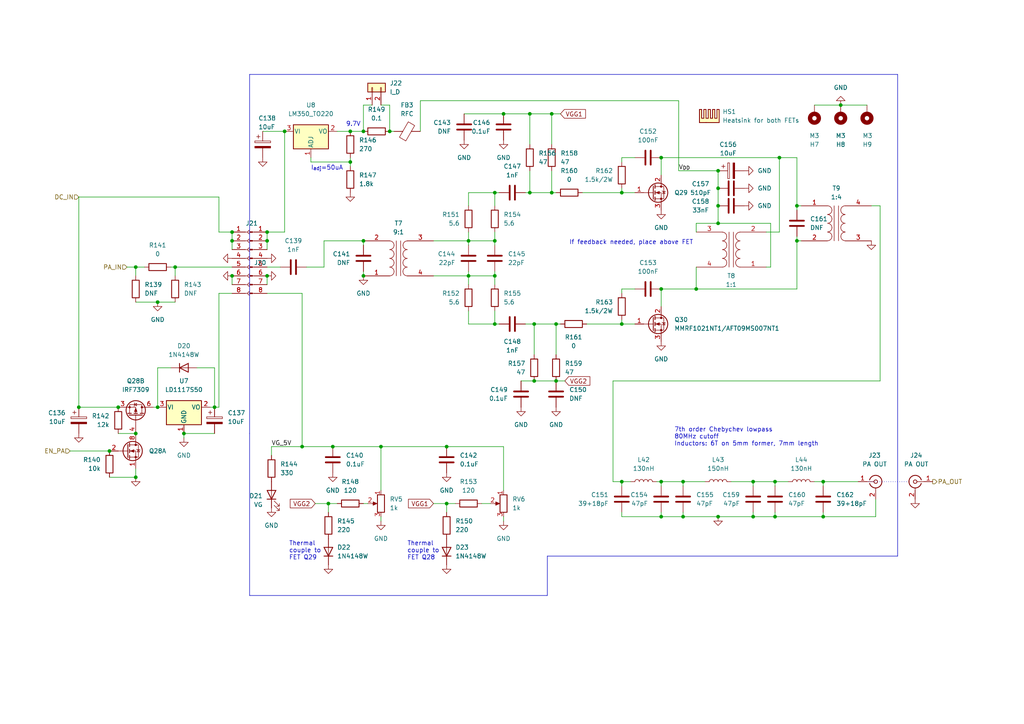
<source format=kicad_sch>
(kicad_sch (version 20230121) (generator eeschema)

  (uuid 23a5678d-f14a-42e0-9e0f-c58ad589532f)

  (paper "A4")

  (title_block
    (title "DART-70 TRX")
    (date "2023-05-21")
    (rev "1")
    (company "HB9EGM")
    (comment 1 "A 4m Band SSB/CW Transceiver")
    (comment 2 "Power Amplifier")
  )

  

  (junction (at 129.54 129.54) (diameter 0) (color 0 0 0 0)
    (uuid 00a9bf31-5693-48ee-843c-84ba7c1825e4)
  )
  (junction (at 67.31 67.31) (diameter 0) (color 0 0 0 0)
    (uuid 018be638-d71c-4d87-b73e-3b122c747273)
  )
  (junction (at 160.02 55.88) (diameter 0) (color 0 0 0 0)
    (uuid 0dc97b2b-98f5-4f81-a4b6-f10781d3b160)
  )
  (junction (at 67.31 69.85) (diameter 0) (color 0 0 0 0)
    (uuid 0f5d58d5-669d-4592-ae44-534ad7e7f3f2)
  )
  (junction (at 191.77 139.7) (diameter 0) (color 0 0 0 0)
    (uuid 1190286f-bc01-45d0-bdda-652501fac563)
  )
  (junction (at 198.12 149.86) (diameter 0) (color 0 0 0 0)
    (uuid 11b9d2e6-81c0-46e2-8e5c-4c9b4a487db1)
  )
  (junction (at 224.79 149.86) (diameter 0) (color 0 0 0 0)
    (uuid 169fe2ba-c49f-4563-b93a-0aa82b0e8f0e)
  )
  (junction (at 201.93 83.82) (diameter 0) (color 0 0 0 0)
    (uuid 1a55edc2-84ce-4698-afd0-ce89a8423090)
  )
  (junction (at 105.41 38.1) (diameter 0) (color 0 0 0 0)
    (uuid 1d61ae6b-82dc-4a56-86ce-44a7fce84cf1)
  )
  (junction (at 231.14 59.69) (diameter 0) (color 0 0 0 0)
    (uuid 201640bb-e925-4d5c-b471-ab56b7f38c54)
  )
  (junction (at 31.75 130.81) (diameter 0) (color 0 0 0 0)
    (uuid 20532f55-6ca5-4db1-8122-d066a5deca97)
  )
  (junction (at 153.67 33.02) (diameter 0) (color 0 0 0 0)
    (uuid 29193f5d-7841-48f5-b586-96cbee5a07d5)
  )
  (junction (at 208.28 149.86) (diameter 0) (color 0 0 0 0)
    (uuid 2944e809-bf47-4b81-b200-121289761ed1)
  )
  (junction (at 39.37 138.43) (diameter 0) (color 0 0 0 0)
    (uuid 29bc49ce-d5f6-4546-b475-0b8d826019c7)
  )
  (junction (at 146.05 33.02) (diameter 0) (color 0 0 0 0)
    (uuid 2ca32adb-9047-4d23-898b-48d94f451fa2)
  )
  (junction (at 180.34 55.88) (diameter 0) (color 0 0 0 0)
    (uuid 349a4eb3-deb0-4994-ba0a-e23a91346992)
  )
  (junction (at 53.34 125.73) (diameter 0) (color 0 0 0 0)
    (uuid 34ad9104-4aec-413d-8c0e-1fe64bf95c79)
  )
  (junction (at 243.84 30.48) (diameter 0) (color 0 0 0 0)
    (uuid 37a9d731-529c-4097-bc66-1496ee02dbe0)
  )
  (junction (at 45.72 118.11) (diameter 0) (color 0 0 0 0)
    (uuid 395bc9b2-3458-4ad4-a468-e0a11f8351a6)
  )
  (junction (at 50.8 77.47) (diameter 0) (color 0 0 0 0)
    (uuid 3bc6f319-45d9-4d92-b709-150dc296e3e3)
  )
  (junction (at 160.02 33.02) (diameter 0) (color 0 0 0 0)
    (uuid 3d76d0aa-ffaf-4e0f-acb3-7daa2c08fd90)
  )
  (junction (at 129.54 146.05) (diameter 0) (color 0 0 0 0)
    (uuid 45343804-2488-4c7a-870d-8b6266de79aa)
  )
  (junction (at 226.06 45.72) (diameter 0) (color 0 0 0 0)
    (uuid 45d25079-49ba-42d3-8214-a17f1366934f)
  )
  (junction (at 191.77 83.82) (diameter 0) (color 0 0 0 0)
    (uuid 46c78ed4-4614-483b-9e27-b81dc59bfb52)
  )
  (junction (at 231.14 69.85) (diameter 0) (color 0 0 0 0)
    (uuid 4865f11e-4bbd-4ae9-98c0-17c1475ebd21)
  )
  (junction (at 143.51 55.88) (diameter 0) (color 0 0 0 0)
    (uuid 4aadce6a-d50b-45f8-a033-dcc4bea52391)
  )
  (junction (at 105.41 80.01) (diameter 0) (color 0 0 0 0)
    (uuid 52218bfd-5195-423d-844f-6feace98a85b)
  )
  (junction (at 180.34 93.98) (diameter 0) (color 0 0 0 0)
    (uuid 65437939-d9c1-47fd-a1ae-2e641394a26e)
  )
  (junction (at 22.86 118.11) (diameter 0) (color 0 0 0 0)
    (uuid 7629175d-ae1a-4764-9a83-e91cb21c21ea)
  )
  (junction (at 95.25 146.05) (diameter 0) (color 0 0 0 0)
    (uuid 770e41a4-5ec0-4019-8763-111e9fe1283d)
  )
  (junction (at 143.51 80.01) (diameter 0) (color 0 0 0 0)
    (uuid 7b948514-a138-4a94-8e43-f8181fa36a07)
  )
  (junction (at 113.03 38.1) (diameter 0) (color 0 0 0 0)
    (uuid 7bc21d1a-16a9-4ef3-a553-9065bc06ee3c)
  )
  (junction (at 154.94 93.98) (diameter 0) (color 0 0 0 0)
    (uuid 7f2796bf-e1d4-4110-8d8b-0ff6bda985a3)
  )
  (junction (at 67.31 80.01) (diameter 0) (color 0 0 0 0)
    (uuid 7f5b2f73-5703-4ef7-b1fa-563f3476def3)
  )
  (junction (at 224.79 139.7) (diameter 0) (color 0 0 0 0)
    (uuid 8402d871-5523-4a16-8c07-99d580102bc0)
  )
  (junction (at 87.63 129.54) (diameter 0) (color 0 0 0 0)
    (uuid 9117f8c0-7c27-49fc-8a32-89061d5b49d9)
  )
  (junction (at 77.47 67.31) (diameter 0) (color 0 0 0 0)
    (uuid 91d168d1-4d25-40ba-ae55-15415c655fcf)
  )
  (junction (at 135.89 80.01) (diameter 0) (color 0 0 0 0)
    (uuid 95c732e9-37db-43be-b499-c30c57b0e1f7)
  )
  (junction (at 45.72 87.63) (diameter 0) (color 0 0 0 0)
    (uuid 95e609b4-aa85-4f15-97bd-4cb457f32c03)
  )
  (junction (at 191.77 45.72) (diameter 0) (color 0 0 0 0)
    (uuid 97552ee1-af94-4c94-b682-b34119d67275)
  )
  (junction (at 218.44 139.7) (diameter 0) (color 0 0 0 0)
    (uuid 995fd178-17d6-4d3e-8acb-8d785bd5fffc)
  )
  (junction (at 208.28 54.61) (diameter 0) (color 0 0 0 0)
    (uuid 9ac767e8-7860-41f7-a6dc-022dbbfe978f)
  )
  (junction (at 143.51 93.98) (diameter 0) (color 0 0 0 0)
    (uuid 9c1a8aa3-6f62-43d5-bf56-ac00d5c99775)
  )
  (junction (at 198.12 139.7) (diameter 0) (color 0 0 0 0)
    (uuid a0407873-4bbd-4776-aa5f-665b3c08936c)
  )
  (junction (at 77.47 80.01) (diameter 0) (color 0 0 0 0)
    (uuid a7a2a279-d40f-4587-bec9-d4d3067b13e5)
  )
  (junction (at 153.67 55.88) (diameter 0) (color 0 0 0 0)
    (uuid aa89c5af-af25-49c1-96f4-06c6ce91f19e)
  )
  (junction (at 101.6 46.99) (diameter 0) (color 0 0 0 0)
    (uuid af091ba7-4a6d-498e-bd0b-14fda6edf260)
  )
  (junction (at 154.94 110.49) (diameter 0) (color 0 0 0 0)
    (uuid ba04cb58-9776-456e-90eb-494c877d5ce7)
  )
  (junction (at 208.28 59.69) (diameter 0) (color 0 0 0 0)
    (uuid ba431773-10fb-4d16-9ba2-eb6fd3c285b4)
  )
  (junction (at 218.44 149.86) (diameter 0) (color 0 0 0 0)
    (uuid bd70a2e0-a82f-4de4-a0fa-3e489255ccd2)
  )
  (junction (at 34.29 118.11) (diameter 0) (color 0 0 0 0)
    (uuid be1784a6-59d6-4cde-9c33-90a6012ea93e)
  )
  (junction (at 191.77 149.86) (diameter 0) (color 0 0 0 0)
    (uuid bfe16a13-83ef-4525-9238-87977c9e0324)
  )
  (junction (at 105.41 69.85) (diameter 0) (color 0 0 0 0)
    (uuid c1812bca-1a73-4f18-9a33-1b204224d02a)
  )
  (junction (at 208.28 64.77) (diameter 0) (color 0 0 0 0)
    (uuid c4c8dc22-30cb-4ab5-9ea7-ce681435a526)
  )
  (junction (at 77.47 69.85) (diameter 0) (color 0 0 0 0)
    (uuid ce5230a8-798d-481b-92d7-62613f234a9f)
  )
  (junction (at 208.28 49.53) (diameter 0) (color 0 0 0 0)
    (uuid ce67e4fa-a993-4a9d-853a-c16f4292267a)
  )
  (junction (at 238.76 149.86) (diameter 0) (color 0 0 0 0)
    (uuid d6aa82f3-1581-4e28-9aa5-df659b8e8178)
  )
  (junction (at 161.29 110.49) (diameter 0) (color 0 0 0 0)
    (uuid da475678-1d3f-412b-b97e-fcd878ddc967)
  )
  (junction (at 82.55 38.1) (diameter 0) (color 0 0 0 0)
    (uuid de4a013d-057c-4526-b3ee-b7119435e384)
  )
  (junction (at 62.23 118.11) (diameter 0) (color 0 0 0 0)
    (uuid deafc291-0fe3-4cfb-914a-c34a72d0d21a)
  )
  (junction (at 39.37 77.47) (diameter 0) (color 0 0 0 0)
    (uuid e09d4217-9b5f-4cf8-8963-de289c5f1d23)
  )
  (junction (at 101.6 38.1) (diameter 0) (color 0 0 0 0)
    (uuid e1ae65fb-5d8e-4707-a860-4099b5b12f92)
  )
  (junction (at 96.52 129.54) (diameter 0) (color 0 0 0 0)
    (uuid e4589850-a03e-4f46-9ea8-63c370df9c6c)
  )
  (junction (at 143.51 69.85) (diameter 0) (color 0 0 0 0)
    (uuid e99cd3cb-eecd-48de-8dac-f3583e9ee5aa)
  )
  (junction (at 180.34 139.7) (diameter 0) (color 0 0 0 0)
    (uuid f1f0fc3f-3df6-42a9-bad0-ae1a97ab3dd1)
  )
  (junction (at 39.37 125.73) (diameter 0) (color 0 0 0 0)
    (uuid f5a60bd5-1c34-47ca-8ecb-aa99fd3fc492)
  )
  (junction (at 238.76 139.7) (diameter 0) (color 0 0 0 0)
    (uuid f95b6c97-e71d-442c-ab28-687f0c1b2ecd)
  )
  (junction (at 161.29 93.98) (diameter 0) (color 0 0 0 0)
    (uuid fa77d425-d7f6-4c77-9f7d-bb18f02e72f6)
  )
  (junction (at 110.49 129.54) (diameter 0) (color 0 0 0 0)
    (uuid fc158e7b-4b67-4dbc-8bc0-b32dabb0353c)
  )
  (junction (at 135.89 69.85) (diameter 0) (color 0 0 0 0)
    (uuid fd4faf0a-37e9-4552-8fd5-5779c63690e1)
  )

  (wire (pts (xy 160.02 41.91) (xy 160.02 33.02))
    (stroke (width 0) (type default))
    (uuid 003766df-760d-4945-aead-fd459cf2cc7e)
  )
  (wire (pts (xy 238.76 148.59) (xy 238.76 149.86))
    (stroke (width 0) (type default))
    (uuid 00b03189-3640-4f86-a383-2e455c33fb42)
  )
  (wire (pts (xy 191.77 139.7) (xy 198.12 139.7))
    (stroke (width 0) (type default))
    (uuid 01303a8c-cc11-400c-8bb1-9c7a6554cd45)
  )
  (wire (pts (xy 153.67 55.88) (xy 153.67 49.53))
    (stroke (width 0) (type default))
    (uuid 01cd1a32-53d4-480c-a184-d16eda8ee96e)
  )
  (wire (pts (xy 222.25 67.31) (xy 226.06 67.31))
    (stroke (width 0) (type default))
    (uuid 0213fd9f-9172-4644-aa96-b68d556aae75)
  )
  (wire (pts (xy 143.51 67.31) (xy 143.51 69.85))
    (stroke (width 0) (type default))
    (uuid 05bd47c1-4917-4b79-bd80-c7e5e8dd13c8)
  )
  (wire (pts (xy 180.34 140.97) (xy 180.34 139.7))
    (stroke (width 0) (type default))
    (uuid 05c4acf2-1aea-4e36-a39b-8de69c211c79)
  )
  (wire (pts (xy 93.98 77.47) (xy 93.98 69.85))
    (stroke (width 0) (type default))
    (uuid 08da3a2b-c17b-44c3-a933-0280f33f01b4)
  )
  (wire (pts (xy 125.73 69.85) (xy 135.89 69.85))
    (stroke (width 0) (type default))
    (uuid 090a5550-aaf0-4baa-93d5-0e07d425691a)
  )
  (wire (pts (xy 135.89 78.74) (xy 135.89 80.01))
    (stroke (width 0) (type default))
    (uuid 090e8cfd-ba33-4d7d-9c81-3debb551627b)
  )
  (wire (pts (xy 135.89 82.55) (xy 135.89 80.01))
    (stroke (width 0) (type default))
    (uuid 0c403a72-1507-400c-bcf9-bdea8d77da0c)
  )
  (wire (pts (xy 161.29 93.98) (xy 154.94 93.98))
    (stroke (width 0) (type default))
    (uuid 0c62e9e2-99ea-4b9f-a93d-d3265a59ccc4)
  )
  (wire (pts (xy 143.51 82.55) (xy 143.51 80.01))
    (stroke (width 0) (type default))
    (uuid 0db8d2aa-1710-4582-b3d9-cb71117f3069)
  )
  (polyline (pts (xy 72.39 125.73) (xy 72.39 172.72))
    (stroke (width 0) (type default))
    (uuid 0e97a1c7-a3b0-49a1-b55a-a05eb846150e)
  )

  (wire (pts (xy 201.93 77.47) (xy 201.93 83.82))
    (stroke (width 0) (type default))
    (uuid 117e449a-10cc-40db-a294-4fa340a9cac0)
  )
  (wire (pts (xy 198.12 148.59) (xy 198.12 149.86))
    (stroke (width 0) (type default))
    (uuid 129d98eb-7dcb-4630-a22b-2b23e8fcd745)
  )
  (wire (pts (xy 180.34 83.82) (xy 184.15 83.82))
    (stroke (width 0) (type default))
    (uuid 15279dd8-9bd1-48fc-9f70-e7f93e55299a)
  )
  (wire (pts (xy 218.44 148.59) (xy 218.44 149.86))
    (stroke (width 0) (type default))
    (uuid 176a64d2-c693-4d78-ab17-fc4d752dc7bf)
  )
  (wire (pts (xy 144.78 55.88) (xy 143.51 55.88))
    (stroke (width 0) (type default))
    (uuid 190cb8c5-8a7f-4df3-af19-907585046dea)
  )
  (wire (pts (xy 129.54 146.05) (xy 132.08 146.05))
    (stroke (width 0) (type default))
    (uuid 1941097c-3dde-477c-9880-5f4a67beef11)
  )
  (wire (pts (xy 88.9 77.47) (xy 93.98 77.47))
    (stroke (width 0) (type default))
    (uuid 1bb0e012-00ba-4f66-98d9-e0c61b08d886)
  )
  (wire (pts (xy 60.96 118.11) (xy 62.23 118.11))
    (stroke (width 0) (type default))
    (uuid 1de018d4-5c44-4308-83e7-3cd467a0df2c)
  )
  (wire (pts (xy 191.77 83.82) (xy 201.93 83.82))
    (stroke (width 0) (type default))
    (uuid 1e0ac3bd-2032-4a66-a210-cf54c4394e90)
  )
  (polyline (pts (xy 260.35 21.59) (xy 260.35 161.29))
    (stroke (width 0) (type default))
    (uuid 1e42598a-f528-4ed6-adc9-5d49f8a54068)
  )

  (wire (pts (xy 160.02 55.88) (xy 161.29 55.88))
    (stroke (width 0) (type default))
    (uuid 1fc99f89-a9e3-40d0-a00e-00b942f68fbe)
  )
  (wire (pts (xy 67.31 72.39) (xy 67.31 69.85))
    (stroke (width 0) (type default))
    (uuid 20c49d41-bbed-4fd7-871e-c8cda9b70919)
  )
  (wire (pts (xy 238.76 139.7) (xy 248.92 139.7))
    (stroke (width 0) (type default))
    (uuid 20e91198-3a81-4bb2-883d-67438d536dfb)
  )
  (wire (pts (xy 180.34 149.86) (xy 180.34 148.59))
    (stroke (width 0) (type default))
    (uuid 22495173-2d45-4f6f-9abc-6c550a9ad708)
  )
  (wire (pts (xy 20.32 130.81) (xy 31.75 130.81))
    (stroke (width 0) (type default))
    (uuid 244cb991-83cb-471e-802b-24c925680851)
  )
  (wire (pts (xy 146.05 142.24) (xy 146.05 129.54))
    (stroke (width 0) (type default))
    (uuid 244ff2bc-70e5-4e35-bfb2-a65f8b5dba01)
  )
  (wire (pts (xy 231.14 68.58) (xy 231.14 69.85))
    (stroke (width 0) (type default))
    (uuid 2498ff12-ed26-4ee2-a8eb-6bcc5369ccfa)
  )
  (wire (pts (xy 168.91 55.88) (xy 180.34 55.88))
    (stroke (width 0) (type default))
    (uuid 275deabf-8009-409b-b4ac-41d9bed031f8)
  )
  (wire (pts (xy 154.94 110.49) (xy 161.29 110.49))
    (stroke (width 0) (type default))
    (uuid 27dce1e3-d97e-42b2-835a-51f963345258)
  )
  (wire (pts (xy 201.93 64.77) (xy 201.93 67.31))
    (stroke (width 0) (type default))
    (uuid 287c2405-6913-4715-9df1-ff5ad9edb79a)
  )
  (wire (pts (xy 191.77 148.59) (xy 191.77 149.86))
    (stroke (width 0) (type default))
    (uuid 2974f09b-e6b8-4064-b7aa-e536277a9dd1)
  )
  (wire (pts (xy 161.29 110.49) (xy 163.83 110.49))
    (stroke (width 0) (type default))
    (uuid 2c9f3b73-c557-4d2a-9dd7-0487ea71ec0e)
  )
  (wire (pts (xy 153.67 41.91) (xy 153.67 33.02))
    (stroke (width 0) (type default))
    (uuid 2dbf30dd-74ba-489b-bc21-50743495fd6e)
  )
  (wire (pts (xy 22.86 57.15) (xy 63.5 57.15))
    (stroke (width 0) (type default))
    (uuid 2e8ecb35-8132-4c05-95f9-e06ac9dcb906)
  )
  (wire (pts (xy 231.14 59.69) (xy 231.14 60.96))
    (stroke (width 0) (type default))
    (uuid 314f8e04-4aa0-4bb5-827d-61a31e51db59)
  )
  (wire (pts (xy 34.29 125.73) (xy 39.37 125.73))
    (stroke (width 0) (type default))
    (uuid 326d996d-3cfd-4380-aa75-da9dedb0ddb6)
  )
  (wire (pts (xy 110.49 30.48) (xy 113.03 30.48))
    (stroke (width 0) (type default))
    (uuid 32b0485d-44e4-459e-b414-08683522870b)
  )
  (wire (pts (xy 77.47 67.31) (xy 77.47 69.85))
    (stroke (width 0) (type default))
    (uuid 32e7b266-8a06-4afa-95ae-6cc7fd2c4682)
  )
  (wire (pts (xy 180.34 54.61) (xy 180.34 55.88))
    (stroke (width 0) (type default))
    (uuid 3b137ae9-360e-432b-b9e1-c0db7be18a6f)
  )
  (wire (pts (xy 252.73 59.69) (xy 255.27 59.69))
    (stroke (width 0) (type default))
    (uuid 3fa43fd5-1023-4d73-9454-49a58988d36d)
  )
  (wire (pts (xy 196.85 49.53) (xy 208.28 49.53))
    (stroke (width 0) (type default))
    (uuid 410150c4-40fc-4943-abc9-82881f5d36d2)
  )
  (wire (pts (xy 198.12 149.86) (xy 191.77 149.86))
    (stroke (width 0) (type default))
    (uuid 45d7483e-8114-4f8f-b539-62807589f130)
  )
  (wire (pts (xy 162.56 33.02) (xy 160.02 33.02))
    (stroke (width 0) (type default))
    (uuid 46618fa5-0b3e-4206-965f-d2c1fa7fd544)
  )
  (wire (pts (xy 190.5 139.7) (xy 191.77 139.7))
    (stroke (width 0) (type default))
    (uuid 46ccb03d-9859-4d39-a84e-de35f474656d)
  )
  (wire (pts (xy 224.79 139.7) (xy 218.44 139.7))
    (stroke (width 0) (type default))
    (uuid 47431c99-b3b4-40b7-9c3c-b504fe7f80ad)
  )
  (wire (pts (xy 238.76 139.7) (xy 238.76 140.97))
    (stroke (width 0) (type default))
    (uuid 4836d259-bca8-4757-a2e4-0014edd49bee)
  )
  (wire (pts (xy 63.5 57.15) (xy 63.5 67.31))
    (stroke (width 0) (type default))
    (uuid 48b545c2-3185-4c66-b1e3-9fd320bb6c0e)
  )
  (wire (pts (xy 39.37 135.89) (xy 39.37 138.43))
    (stroke (width 0) (type default))
    (uuid 49117d96-ecd5-4c4c-867f-fba2a373e768)
  )
  (polyline (pts (xy 72.39 172.72) (xy 158.75 172.72))
    (stroke (width 0) (type default))
    (uuid 4ae5fbc9-eb99-4e4e-8086-7665b8159a43)
  )

  (wire (pts (xy 135.89 55.88) (xy 143.51 55.88))
    (stroke (width 0) (type default))
    (uuid 4c1800c2-8348-464f-9f96-c07e927f3b27)
  )
  (wire (pts (xy 50.8 77.47) (xy 67.31 77.47))
    (stroke (width 0) (type default))
    (uuid 4f28f9c8-885b-461f-99ce-9e467196f1b9)
  )
  (wire (pts (xy 135.89 69.85) (xy 135.89 71.12))
    (stroke (width 0) (type default))
    (uuid 4f6eb515-be7f-47aa-980d-105f546479e2)
  )
  (wire (pts (xy 143.51 69.85) (xy 135.89 69.85))
    (stroke (width 0) (type default))
    (uuid 50a21b5d-899a-44a0-996e-051d02331b9b)
  )
  (wire (pts (xy 36.83 77.47) (xy 39.37 77.47))
    (stroke (width 0) (type default))
    (uuid 50ee2088-c749-44b7-9441-ded0f956dbfb)
  )
  (wire (pts (xy 222.25 77.47) (xy 223.52 77.47))
    (stroke (width 0) (type default))
    (uuid 517f26e5-18d4-43ac-972a-ba2567992a0c)
  )
  (wire (pts (xy 63.5 118.11) (xy 62.23 118.11))
    (stroke (width 0) (type default))
    (uuid 526cf808-e002-43dd-a0e0-44a3396fee16)
  )
  (wire (pts (xy 50.8 80.01) (xy 50.8 77.47))
    (stroke (width 0) (type default))
    (uuid 529d787f-495b-411a-9099-24f01e97f4fb)
  )
  (wire (pts (xy 39.37 77.47) (xy 41.91 77.47))
    (stroke (width 0) (type default))
    (uuid 54dc5336-21a7-449e-8921-31bd50e0dd34)
  )
  (wire (pts (xy 153.67 33.02) (xy 146.05 33.02))
    (stroke (width 0) (type default))
    (uuid 5534ba7b-e05c-441b-ab61-b44786c0cc7f)
  )
  (wire (pts (xy 77.47 85.09) (xy 87.63 85.09))
    (stroke (width 0) (type default))
    (uuid 5bc7df61-b1cd-4588-856d-8c6fb4871ca2)
  )
  (wire (pts (xy 90.17 46.99) (xy 101.6 46.99))
    (stroke (width 0) (type default))
    (uuid 5d504083-b2cb-4825-8a1c-f090158440ad)
  )
  (wire (pts (xy 62.23 106.68) (xy 57.15 106.68))
    (stroke (width 0) (type default))
    (uuid 5dea8c98-c3fa-4feb-b6cc-516656233175)
  )
  (wire (pts (xy 191.77 139.7) (xy 191.77 140.97))
    (stroke (width 0) (type default))
    (uuid 5e519133-39e0-4d9c-923a-654d70e785ea)
  )
  (wire (pts (xy 143.51 78.74) (xy 143.51 80.01))
    (stroke (width 0) (type default))
    (uuid 5e72ac5c-c90a-41fa-9dba-d1d47974ec35)
  )
  (wire (pts (xy 218.44 149.86) (xy 208.28 149.86))
    (stroke (width 0) (type default))
    (uuid 5f190653-6f70-4988-87e8-9b7db66d156d)
  )
  (wire (pts (xy 39.37 138.43) (xy 31.75 138.43))
    (stroke (width 0) (type default))
    (uuid 617393ff-8ed2-4078-9ede-235bd1227e24)
  )
  (wire (pts (xy 76.2 38.1) (xy 82.55 38.1))
    (stroke (width 0) (type default))
    (uuid 62583d4b-9427-440d-8327-f9d7d21d09cb)
  )
  (wire (pts (xy 77.47 77.47) (xy 81.28 77.47))
    (stroke (width 0) (type default))
    (uuid 62c70670-1334-4513-905b-69fd3f256c43)
  )
  (wire (pts (xy 90.17 46.99) (xy 90.17 45.72))
    (stroke (width 0) (type default))
    (uuid 63065ccc-6177-47a4-ba4b-dac35da23d54)
  )
  (wire (pts (xy 45.72 87.63) (xy 39.37 87.63))
    (stroke (width 0) (type default))
    (uuid 658c1d04-d8a4-4581-8808-91199da32b7a)
  )
  (polyline (pts (xy 158.75 172.72) (xy 158.75 161.29))
    (stroke (width 0) (type default))
    (uuid 66b07fde-6cd4-4b98-a500-29e68bc48a26)
  )

  (wire (pts (xy 228.6 139.7) (xy 224.79 139.7))
    (stroke (width 0) (type default))
    (uuid 66b2dc35-2265-403a-99d6-443630d9bc0d)
  )
  (wire (pts (xy 97.79 38.1) (xy 101.6 38.1))
    (stroke (width 0) (type default))
    (uuid 67b7572b-8850-4da4-abc8-6a9a95c24196)
  )
  (wire (pts (xy 110.49 129.54) (xy 129.54 129.54))
    (stroke (width 0) (type default))
    (uuid 69fd6a37-2951-4523-be53-b297b12a3d30)
  )
  (wire (pts (xy 50.8 87.63) (xy 45.72 87.63))
    (stroke (width 0) (type default))
    (uuid 6b19a571-91ba-4d1a-8b96-09d23dc9b0fd)
  )
  (wire (pts (xy 129.54 148.59) (xy 129.54 146.05))
    (stroke (width 0) (type default))
    (uuid 6d9b2be2-0946-43d9-ae46-71aefe8a5f39)
  )
  (wire (pts (xy 160.02 33.02) (xy 153.67 33.02))
    (stroke (width 0) (type default))
    (uuid 6e8528c7-721a-4a9d-91ba-2bed867380fd)
  )
  (wire (pts (xy 93.98 69.85) (xy 105.41 69.85))
    (stroke (width 0) (type default))
    (uuid 700aab51-599c-46ef-ab05-ba582df59faf)
  )
  (wire (pts (xy 77.47 67.31) (xy 82.55 67.31))
    (stroke (width 0) (type default))
    (uuid 708f55ca-b0b2-4950-ad4c-df6179f30406)
  )
  (wire (pts (xy 208.28 149.86) (xy 198.12 149.86))
    (stroke (width 0) (type default))
    (uuid 72a4a520-5e37-46e3-b69d-c3460e9f221c)
  )
  (wire (pts (xy 143.51 55.88) (xy 143.51 59.69))
    (stroke (width 0) (type default))
    (uuid 747d6f52-cc08-417b-84fa-68d19b5edf1f)
  )
  (wire (pts (xy 218.44 139.7) (xy 218.44 140.97))
    (stroke (width 0) (type default))
    (uuid 74880265-f9ea-4dec-ae40-354f181a1e44)
  )
  (wire (pts (xy 196.85 29.21) (xy 196.85 49.53))
    (stroke (width 0) (type default))
    (uuid 7515cca1-e4ed-4308-8959-2cb96cb486bc)
  )
  (wire (pts (xy 113.03 38.1) (xy 113.03 30.48))
    (stroke (width 0) (type default))
    (uuid 77391e29-ecc1-42ae-956b-82e3188fdad6)
  )
  (wire (pts (xy 191.77 50.8) (xy 191.77 45.72))
    (stroke (width 0) (type default))
    (uuid 786e1d5b-e1c9-4d32-83e4-8256769342db)
  )
  (wire (pts (xy 218.44 139.7) (xy 212.09 139.7))
    (stroke (width 0) (type default))
    (uuid 792dcaf8-ca00-40d9-b156-266fa951bd81)
  )
  (wire (pts (xy 143.51 80.01) (xy 135.89 80.01))
    (stroke (width 0) (type default))
    (uuid 794dc39d-8571-437d-b869-222991e444b8)
  )
  (wire (pts (xy 110.49 142.24) (xy 110.49 129.54))
    (stroke (width 0) (type default))
    (uuid 7b76a79d-41f9-41dc-b73d-561e451cfaf8)
  )
  (wire (pts (xy 95.25 148.59) (xy 95.25 146.05))
    (stroke (width 0) (type default))
    (uuid 7b82c39d-7156-424b-89fa-48e5324ac466)
  )
  (wire (pts (xy 161.29 102.87) (xy 161.29 93.98))
    (stroke (width 0) (type default))
    (uuid 7cbcca09-f051-4a6a-a573-518f6f3e8480)
  )
  (wire (pts (xy 238.76 149.86) (xy 224.79 149.86))
    (stroke (width 0) (type default))
    (uuid 7cdac423-7c51-49f3-8be3-e2a9f7758c95)
  )
  (wire (pts (xy 105.41 78.74) (xy 105.41 80.01))
    (stroke (width 0) (type default))
    (uuid 7d681d34-4bc5-4be1-a8cb-4db186ab9108)
  )
  (wire (pts (xy 177.8 110.49) (xy 177.8 139.7))
    (stroke (width 0) (type default))
    (uuid 7e4b5443-42d5-428f-a8ff-0fa62039fc20)
  )
  (wire (pts (xy 82.55 38.1) (xy 82.55 67.31))
    (stroke (width 0) (type default))
    (uuid 7f503ee2-5760-4fc4-b83b-6c6a12238600)
  )
  (wire (pts (xy 224.79 139.7) (xy 224.79 140.97))
    (stroke (width 0) (type default))
    (uuid 7fb6fe3c-7427-4aad-825b-24b65566f507)
  )
  (wire (pts (xy 49.53 77.47) (xy 50.8 77.47))
    (stroke (width 0) (type default))
    (uuid 81351d0b-a4b5-4cb4-9ae9-f79698997dc6)
  )
  (wire (pts (xy 135.89 59.69) (xy 135.89 55.88))
    (stroke (width 0) (type default))
    (uuid 81640ccb-bb6f-4ca3-80a2-35618e8e087b)
  )
  (wire (pts (xy 67.31 69.85) (xy 67.31 67.31))
    (stroke (width 0) (type default))
    (uuid 823ff746-3dfe-4ad2-ae79-b99365815b3b)
  )
  (polyline (pts (xy 72.39 21.59) (xy 260.35 21.59))
    (stroke (width 0) (type default))
    (uuid 8398d6da-a6bc-43eb-be8d-a0a5e6cd131a)
  )

  (wire (pts (xy 63.5 67.31) (xy 67.31 67.31))
    (stroke (width 0) (type default))
    (uuid 83a62204-8d92-4968-9472-359242aa63b5)
  )
  (wire (pts (xy 113.03 38.1) (xy 114.3 38.1))
    (stroke (width 0) (type default))
    (uuid 8662e2bc-5e18-4d27-8e41-16580368082b)
  )
  (wire (pts (xy 151.13 110.49) (xy 154.94 110.49))
    (stroke (width 0) (type default))
    (uuid 8ac4c920-c88a-456c-8ad1-b60beb0e620f)
  )
  (wire (pts (xy 243.84 30.48) (xy 251.46 30.48))
    (stroke (width 0) (type default))
    (uuid 8cd234e5-8d99-4783-8e6c-debdf540bc71)
  )
  (wire (pts (xy 44.45 118.11) (xy 45.72 118.11))
    (stroke (width 0) (type default))
    (uuid 8ce64de9-e53d-4317-9ac8-b1f664a4aabd)
  )
  (wire (pts (xy 87.63 85.09) (xy 87.63 129.54))
    (stroke (width 0) (type default))
    (uuid 8ec295a0-e8aa-4d08-9ad2-7e3be5901bb0)
  )
  (wire (pts (xy 146.05 151.13) (xy 146.05 149.86))
    (stroke (width 0) (type default))
    (uuid 8f0d94cb-7dce-4f8d-b241-565acfd7242c)
  )
  (wire (pts (xy 135.89 67.31) (xy 135.89 69.85))
    (stroke (width 0) (type default))
    (uuid 8f25b4cf-19a6-4cfc-8247-405e6fad837e)
  )
  (wire (pts (xy 53.34 125.73) (xy 62.23 125.73))
    (stroke (width 0) (type default))
    (uuid 8fbf2c38-2aff-4578-b034-e4158cdc80fc)
  )
  (wire (pts (xy 49.53 106.68) (xy 45.72 106.68))
    (stroke (width 0) (type default))
    (uuid 94cc383e-941c-44b6-80db-8f4ce12601c4)
  )
  (wire (pts (xy 226.06 67.31) (xy 226.06 45.72))
    (stroke (width 0) (type default))
    (uuid 961f2f48-5823-4672-9657-6b8a54100496)
  )
  (wire (pts (xy 180.34 92.71) (xy 180.34 93.98))
    (stroke (width 0) (type default))
    (uuid 97156354-f4ae-4c61-9b61-c67f6e42daa4)
  )
  (wire (pts (xy 63.5 85.09) (xy 67.31 85.09))
    (stroke (width 0) (type default))
    (uuid 97d7e6e9-0043-4e91-9baa-8fec2b65798f)
  )
  (wire (pts (xy 191.77 45.72) (xy 226.06 45.72))
    (stroke (width 0) (type default))
    (uuid 98c89916-5912-4fa7-a8c4-45d1f47b949d)
  )
  (wire (pts (xy 255.27 110.49) (xy 177.8 110.49))
    (stroke (width 0) (type default))
    (uuid 9a340e87-d305-43ce-9f87-636252cba83b)
  )
  (wire (pts (xy 45.72 106.68) (xy 45.72 118.11))
    (stroke (width 0) (type default))
    (uuid 9c129c34-7c77-4e57-ba76-689d0a71870d)
  )
  (wire (pts (xy 63.5 85.09) (xy 63.5 118.11))
    (stroke (width 0) (type default))
    (uuid 9c5b4ad7-76e8-40c4-8007-a8a8969bf371)
  )
  (wire (pts (xy 139.7 146.05) (xy 142.24 146.05))
    (stroke (width 0) (type default))
    (uuid 9d368343-4950-4d34-b3a3-3301f02614b2)
  )
  (wire (pts (xy 95.25 146.05) (xy 91.44 146.05))
    (stroke (width 0) (type default))
    (uuid 9ff1d0a3-4bda-4084-8c92-d9a3e9bd2097)
  )
  (wire (pts (xy 254 144.78) (xy 254 149.86))
    (stroke (width 0) (type default))
    (uuid a03d083a-86d3-43fa-a5db-2ecd32926435)
  )
  (wire (pts (xy 180.34 45.72) (xy 184.15 45.72))
    (stroke (width 0) (type default))
    (uuid a1a0fa87-9518-4e3a-8b85-983034295cf2)
  )
  (wire (pts (xy 143.51 71.12) (xy 143.51 69.85))
    (stroke (width 0) (type default))
    (uuid a29c2a38-dbda-4d2b-b1e1-eb2b3491457e)
  )
  (wire (pts (xy 101.6 48.26) (xy 101.6 46.99))
    (stroke (width 0) (type default))
    (uuid a2e25017-5257-4f53-9d03-d7f687ab6c0f)
  )
  (wire (pts (xy 255.27 59.69) (xy 255.27 110.49))
    (stroke (width 0) (type default))
    (uuid a2e5b691-f77a-4583-8bea-441c4d2ce60e)
  )
  (wire (pts (xy 101.6 46.99) (xy 101.6 45.72))
    (stroke (width 0) (type default))
    (uuid a329349b-ba39-4ef8-9a28-50bd5ac5c6d5)
  )
  (wire (pts (xy 135.89 93.98) (xy 135.89 90.17))
    (stroke (width 0) (type default))
    (uuid a4b27e52-de6a-4049-9cca-f9f30d85d7f1)
  )
  (wire (pts (xy 77.47 69.85) (xy 77.47 72.39))
    (stroke (width 0) (type default))
    (uuid a5d1d492-dfa3-4faa-882c-a328491eb033)
  )
  (wire (pts (xy 110.49 151.13) (xy 110.49 149.86))
    (stroke (width 0) (type default))
    (uuid a6a1a43f-a88e-41c8-b880-7c537750051f)
  )
  (wire (pts (xy 180.34 55.88) (xy 184.15 55.88))
    (stroke (width 0) (type default))
    (uuid aa29402a-e28d-4e6a-a91c-d53faac46ef5)
  )
  (wire (pts (xy 208.28 49.53) (xy 208.28 54.61))
    (stroke (width 0) (type default))
    (uuid aaf3c0ed-76db-49b3-85a5-1a6f92e1d0b1)
  )
  (wire (pts (xy 231.14 69.85) (xy 232.41 69.85))
    (stroke (width 0) (type default))
    (uuid ab60541a-70a7-4147-8087-07866b7f21be)
  )
  (wire (pts (xy 198.12 139.7) (xy 204.47 139.7))
    (stroke (width 0) (type default))
    (uuid ad235f51-b06e-4d02-80dc-3c5ef34c01f0)
  )
  (wire (pts (xy 97.79 146.05) (xy 95.25 146.05))
    (stroke (width 0) (type default))
    (uuid ad3a2dc9-0a41-421d-b005-d9e9940696fd)
  )
  (wire (pts (xy 180.34 93.98) (xy 184.15 93.98))
    (stroke (width 0) (type default))
    (uuid aeaba250-61f2-4452-945f-e177f41b342c)
  )
  (wire (pts (xy 53.34 127) (xy 53.34 125.73))
    (stroke (width 0) (type default))
    (uuid afd000de-1f79-43c7-805a-97033c02476f)
  )
  (wire (pts (xy 77.47 80.01) (xy 77.47 82.55))
    (stroke (width 0) (type default))
    (uuid b0638642-906d-4721-afc4-2e70a0961498)
  )
  (wire (pts (xy 39.37 80.01) (xy 39.37 77.47))
    (stroke (width 0) (type default))
    (uuid b17770b4-75d1-43d7-a9ee-47c7f821b104)
  )
  (wire (pts (xy 121.92 38.1) (xy 121.92 29.21))
    (stroke (width 0) (type default))
    (uuid b269d51b-2f1d-42a9-ba9b-a602d888ef4b)
  )
  (wire (pts (xy 125.73 146.05) (xy 129.54 146.05))
    (stroke (width 0) (type default))
    (uuid b3a9f299-9137-4c0e-8d78-b8c51677a919)
  )
  (wire (pts (xy 191.77 83.82) (xy 191.77 88.9))
    (stroke (width 0) (type default))
    (uuid b4a67bed-e0d0-4a2b-ad95-50263ae29794)
  )
  (wire (pts (xy 153.67 55.88) (xy 160.02 55.88))
    (stroke (width 0) (type default))
    (uuid b6024484-8c2a-42f3-977d-891690fbe6a6)
  )
  (wire (pts (xy 223.52 77.47) (xy 223.52 64.77))
    (stroke (width 0) (type default))
    (uuid b6405e62-fe69-4e5e-bf39-a12d7be9fb00)
  )
  (wire (pts (xy 78.74 132.08) (xy 78.74 129.54))
    (stroke (width 0) (type default))
    (uuid b808564d-4d59-4c8d-8645-9f64fee897ea)
  )
  (wire (pts (xy 154.94 102.87) (xy 154.94 93.98))
    (stroke (width 0) (type default))
    (uuid bb75cd77-e810-43bd-b155-da62e8c644f7)
  )
  (wire (pts (xy 101.6 38.1) (xy 105.41 38.1))
    (stroke (width 0) (type default))
    (uuid bec0ce44-3d2b-4c79-b5e8-74a5b945c66e)
  )
  (wire (pts (xy 22.86 57.15) (xy 22.86 118.11))
    (stroke (width 0) (type default))
    (uuid bf7659ed-bc9f-491b-accb-3db8abf0f82a)
  )
  (wire (pts (xy 231.14 59.69) (xy 231.14 45.72))
    (stroke (width 0) (type default))
    (uuid c136cc08-0a30-42be-ac73-b57040aa3d8f)
  )
  (wire (pts (xy 223.52 64.77) (xy 208.28 64.77))
    (stroke (width 0) (type default))
    (uuid c45cd4a9-6d57-419f-b7e4-f2f6398e66f1)
  )
  (wire (pts (xy 254 149.86) (xy 238.76 149.86))
    (stroke (width 0) (type default))
    (uuid c7401b61-6bdc-4e54-9145-3259d391c0b4)
  )
  (wire (pts (xy 198.12 140.97) (xy 198.12 139.7))
    (stroke (width 0) (type default))
    (uuid c798b8fa-0a55-4e06-bca6-bad2d53d105b)
  )
  (wire (pts (xy 154.94 93.98) (xy 152.4 93.98))
    (stroke (width 0) (type default))
    (uuid c9c94256-b0e2-41d0-a6ac-8d3574e6f0f9)
  )
  (wire (pts (xy 87.63 129.54) (xy 96.52 129.54))
    (stroke (width 0) (type default))
    (uuid cad596e5-4e33-4e48-b52a-041b51bac332)
  )
  (wire (pts (xy 162.56 93.98) (xy 161.29 93.98))
    (stroke (width 0) (type default))
    (uuid caef4be8-1584-43bd-a128-f71411000238)
  )
  (polyline (pts (xy 158.75 161.29) (xy 260.35 161.29))
    (stroke (width 0) (type default))
    (uuid cb92ffa3-9da8-4c51-bf02-e9c5d63c50e0)
  )
  (polyline (pts (xy 72.39 21.59) (xy 72.39 125.73))
    (stroke (width 0) (type default))
    (uuid cbf11394-fc96-4418-a6f6-f186e5712833)
  )

  (wire (pts (xy 22.86 118.11) (xy 34.29 118.11))
    (stroke (width 0) (type default))
    (uuid ccfed1e0-71a4-467e-9f13-8aea53138931)
  )
  (wire (pts (xy 231.14 83.82) (xy 231.14 69.85))
    (stroke (width 0) (type default))
    (uuid cd52488a-d219-462f-b0e3-ccadbd95d7a3)
  )
  (wire (pts (xy 177.8 139.7) (xy 180.34 139.7))
    (stroke (width 0) (type default))
    (uuid cf78fe5b-3e94-4ad8-98dc-aa354be3ba69)
  )
  (wire (pts (xy 67.31 80.01) (xy 67.31 82.55))
    (stroke (width 0) (type default))
    (uuid d22591ff-4bc4-4bab-86b2-5aa2c3322f5b)
  )
  (wire (pts (xy 201.93 83.82) (xy 231.14 83.82))
    (stroke (width 0) (type default))
    (uuid d5901386-2638-4771-9120-9bae0ea1e701)
  )
  (wire (pts (xy 231.14 45.72) (xy 226.06 45.72))
    (stroke (width 0) (type default))
    (uuid d5c041fb-58ed-4fe2-ba76-b14c47c5e638)
  )
  (wire (pts (xy 146.05 129.54) (xy 129.54 129.54))
    (stroke (width 0) (type default))
    (uuid d65fb050-444d-460f-8812-814e9728db7c)
  )
  (wire (pts (xy 236.22 30.48) (xy 243.84 30.48))
    (stroke (width 0) (type default))
    (uuid d8b75ab7-d5b7-4174-ae95-3b40683aba30)
  )
  (wire (pts (xy 224.79 148.59) (xy 224.79 149.86))
    (stroke (width 0) (type default))
    (uuid d9f31086-35f1-4238-8b8f-fbe8c3cf4e17)
  )
  (wire (pts (xy 143.51 93.98) (xy 143.51 90.17))
    (stroke (width 0) (type default))
    (uuid db96ec06-0704-4dfc-a4da-5507475f2a35)
  )
  (wire (pts (xy 110.49 129.54) (xy 96.52 129.54))
    (stroke (width 0) (type default))
    (uuid dbe83ea4-45e0-4bf5-9404-ff48adb100fe)
  )
  (wire (pts (xy 224.79 149.86) (xy 218.44 149.86))
    (stroke (width 0) (type default))
    (uuid dc3e3a90-5f51-493f-a1b3-6437545baa5a)
  )
  (wire (pts (xy 105.41 71.12) (xy 105.41 69.85))
    (stroke (width 0) (type default))
    (uuid dc89d2df-0ae3-4da8-9650-c4dae9eb3248)
  )
  (wire (pts (xy 105.41 146.05) (xy 106.68 146.05))
    (stroke (width 0) (type default))
    (uuid de12bceb-6ef7-4510-83cb-3587e87fcec3)
  )
  (wire (pts (xy 180.34 45.72) (xy 180.34 46.99))
    (stroke (width 0) (type default))
    (uuid e1ba6fe0-3dfd-4cea-9ef8-13fa7ab7b4bb)
  )
  (wire (pts (xy 125.73 80.01) (xy 135.89 80.01))
    (stroke (width 0) (type default))
    (uuid e49fb271-6b54-4a26-8de3-46df0d1b3a67)
  )
  (wire (pts (xy 180.34 83.82) (xy 180.34 85.09))
    (stroke (width 0) (type default))
    (uuid e4bc9b49-8332-408c-879e-7bc639399e66)
  )
  (wire (pts (xy 236.22 139.7) (xy 238.76 139.7))
    (stroke (width 0) (type default))
    (uuid e4ffaea3-f841-4e23-b5df-039dd68d9ff7)
  )
  (wire (pts (xy 170.18 93.98) (xy 180.34 93.98))
    (stroke (width 0) (type default))
    (uuid e599fe9e-93e0-4a2e-8cdb-286327a202aa)
  )
  (wire (pts (xy 62.23 118.11) (xy 62.23 106.68))
    (stroke (width 0) (type default))
    (uuid e906d0d5-7bcc-4dca-8607-8559a05c5ecd)
  )
  (wire (pts (xy 180.34 139.7) (xy 182.88 139.7))
    (stroke (width 0) (type default))
    (uuid edb3996d-de3b-45fc-8f66-60d724634e5a)
  )
  (wire (pts (xy 232.41 59.69) (xy 231.14 59.69))
    (stroke (width 0) (type default))
    (uuid ee164115-ad65-4b45-a48c-085a9d2c75a1)
  )
  (wire (pts (xy 160.02 49.53) (xy 160.02 55.88))
    (stroke (width 0) (type default))
    (uuid f2415f15-51b3-42d4-a928-3db331755731)
  )
  (wire (pts (xy 208.28 54.61) (xy 208.28 59.69))
    (stroke (width 0) (type default))
    (uuid f2549e2d-1edd-445c-80d8-69d6f29e517c)
  )
  (wire (pts (xy 78.74 129.54) (xy 87.63 129.54))
    (stroke (width 0) (type default))
    (uuid f268889d-15b0-46e3-a5d2-7fcc58510960)
  )
  (polyline (pts (xy 262.89 139.7) (xy 251.46 139.7))
    (stroke (width 0) (type dot))
    (uuid f2f2a7bf-a103-4999-834f-e6a8711b8e0d)
  )

  (wire (pts (xy 107.95 30.48) (xy 105.41 30.48))
    (stroke (width 0) (type default))
    (uuid f31bc184-4929-403a-80dc-b79e361090d3)
  )
  (wire (pts (xy 144.78 93.98) (xy 143.51 93.98))
    (stroke (width 0) (type default))
    (uuid f3bd94cf-2433-4a0e-ba88-da52a1db3c85)
  )
  (wire (pts (xy 143.51 93.98) (xy 135.89 93.98))
    (stroke (width 0) (type default))
    (uuid f3d0c01f-d3b6-4682-aa4e-aaf54aa3d304)
  )
  (wire (pts (xy 208.28 59.69) (xy 208.28 64.77))
    (stroke (width 0) (type default))
    (uuid f434c152-41d2-46ec-9067-6b182cbde5bc)
  )
  (wire (pts (xy 105.41 30.48) (xy 105.41 38.1))
    (stroke (width 0) (type default))
    (uuid f54a43e9-314a-4866-a91e-2ec5ff59795c)
  )
  (wire (pts (xy 208.28 64.77) (xy 201.93 64.77))
    (stroke (width 0) (type default))
    (uuid f62c7ba9-26e6-4b11-812a-ca5a8885f568)
  )
  (wire (pts (xy 191.77 149.86) (xy 180.34 149.86))
    (stroke (width 0) (type default))
    (uuid f7a93800-213b-4e5f-a19e-fe7ebff506a4)
  )
  (wire (pts (xy 152.4 55.88) (xy 153.67 55.88))
    (stroke (width 0) (type default))
    (uuid fbdd5f89-ac2a-4b54-89ba-ad3e5a137148)
  )
  (wire (pts (xy 134.62 33.02) (xy 146.05 33.02))
    (stroke (width 0) (type default))
    (uuid fca9dbc2-7e9d-4cec-9bbc-6b0dec1ddb9b)
  )
  (wire (pts (xy 121.92 29.21) (xy 196.85 29.21))
    (stroke (width 0) (type default))
    (uuid fdbb4031-d6b2-4433-b46c-0bb6b95ccda2)
  )

  (text "Thermal\ncouple to\nFET Q29" (at 83.82 162.56 0)
    (effects (font (size 1.27 1.27)) (justify left bottom))
    (uuid 4232657e-645a-4a13-9977-ada50031ee47)
  )
  (text "If feedback needed, place above FET" (at 165.1 71.12 0)
    (effects (font (size 1.27 1.27)) (justify left bottom))
    (uuid 4bc8df9b-c803-4c4a-8bbb-87401557f878)
  )
  (text "9.7V" (at 100.33 36.83 0)
    (effects (font (size 1.27 1.27)) (justify left bottom))
    (uuid 7d335926-7fd8-415d-8caa-3060b628cfdc)
  )
  (text "Thermal\ncouple to\nFET Q28" (at 118.11 162.56 0)
    (effects (font (size 1.27 1.27)) (justify left bottom))
    (uuid 8db3bcbc-48db-441d-944b-3b4c9f5f435f)
  )
  (text "I_{adj}=50uA" (at 90.17 49.53 0)
    (effects (font (size 1.27 1.27)) (justify left bottom))
    (uuid b260a4ab-459d-4dc1-a9ee-ef2c3af17abd)
  )
  (text "7th order Chebychev lowpass\n80MHz cutoff\nInductors: 6T on 5mm former, 7mm length"
    (at 195.58 129.54 0)
    (effects (font (size 1.27 1.27)) (justify left bottom))
    (uuid cceb5067-9e99-4f55-8885-a39556c8fc05)
  )

  (label "VG_5V" (at 78.74 129.54 0) (fields_autoplaced)
    (effects (font (size 1.27 1.27)) (justify left bottom))
    (uuid 2df9bdbc-e27a-41be-93ce-5e67908965ef)
  )
  (label "V_{DD}" (at 196.85 49.53 0) (fields_autoplaced)
    (effects (font (size 1.27 1.27)) (justify left bottom))
    (uuid ff6f11b9-55da-455b-a74e-83e04302aa70)
  )

  (global_label "VGG2" (shape input) (at 163.83 110.49 0) (fields_autoplaced)
    (effects (font (size 1.27 1.27)) (justify left))
    (uuid 22c10e3a-cb4b-4b79-a36a-177ef5623ae4)
    (property "Intersheetrefs" "${INTERSHEET_REFS}" (at 171.0812 110.4106 0)
      (effects (font (size 1.27 1.27)) (justify left) hide)
    )
  )
  (global_label "VGG1" (shape input) (at 162.56 33.02 0) (fields_autoplaced)
    (effects (font (size 1.27 1.27)) (justify left))
    (uuid 98f3d109-18e9-438f-a7e4-2ea4c51eaff2)
    (property "Intersheetrefs" "${INTERSHEET_REFS}" (at 169.8112 32.9406 0)
      (effects (font (size 1.27 1.27)) (justify left) hide)
    )
  )
  (global_label "VGG2" (shape input) (at 91.44 146.05 180) (fields_autoplaced)
    (effects (font (size 1.27 1.27)) (justify right))
    (uuid 9ba3ca89-57a7-4191-b28d-3353c4f09f51)
    (property "Intersheetrefs" "${INTERSHEET_REFS}" (at 84.1888 145.9706 0)
      (effects (font (size 1.27 1.27)) (justify right) hide)
    )
  )
  (global_label "VGG1" (shape input) (at 125.73 146.05 180) (fields_autoplaced)
    (effects (font (size 1.27 1.27)) (justify right))
    (uuid f3db337a-e60f-4892-8801-061e5ccbb092)
    (property "Intersheetrefs" "${INTERSHEET_REFS}" (at 118.4788 145.9706 0)
      (effects (font (size 1.27 1.27)) (justify right) hide)
    )
  )

  (hierarchical_label "EN_PA" (shape input) (at 20.32 130.81 180) (fields_autoplaced)
    (effects (font (size 1.27 1.27)) (justify right))
    (uuid 54920291-e458-4bff-862c-d8311f99297a)
  )
  (hierarchical_label "PA_OUT" (shape output) (at 270.51 139.7 0) (fields_autoplaced)
    (effects (font (size 1.27 1.27)) (justify left))
    (uuid ae6a0f34-c857-407c-b4b9-c842ee582dec)
  )
  (hierarchical_label "DC_IN" (shape input) (at 22.86 57.15 180) (fields_autoplaced)
    (effects (font (size 1.27 1.27)) (justify right))
    (uuid bfe479bf-766d-410c-b2e7-4b586ffd685f)
  )
  (hierarchical_label "PA_IN" (shape input) (at 36.83 77.47 180) (fields_autoplaced)
    (effects (font (size 1.27 1.27)) (justify right))
    (uuid e0dcb6c9-ad38-4b82-bff1-8602f1d8af1e)
  )

  (symbol (lib_id "Device:R") (at 95.25 152.4 0) (unit 1)
    (in_bom yes) (on_board yes) (dnp no) (fields_autoplaced)
    (uuid 00000000-0000-0000-0000-00005fb98820)
    (property "Reference" "R145" (at 97.79 151.1299 0)
      (effects (font (size 1.27 1.27)) (justify left))
    )
    (property "Value" "220" (at 97.79 153.6699 0)
      (effects (font (size 1.27 1.27)) (justify left))
    )
    (property "Footprint" "Resistor_SMD:R_0603_1608Metric_Pad0.98x0.95mm_HandSolder" (at 93.472 152.4 90)
      (effects (font (size 1.27 1.27)) hide)
    )
    (property "Datasheet" "~" (at 95.25 152.4 0)
      (effects (font (size 1.27 1.27)) hide)
    )
    (property "Need_order" "0" (at 95.25 152.4 0)
      (effects (font (size 1.27 1.27)) hide)
    )
    (pin "1" (uuid 5bc7de51-49ea-4e36-a74c-cfc49c0c0aba))
    (pin "2" (uuid 77613717-75b7-47aa-8c0f-ce430e3ad08e))
    (instances
      (project "kicad-dart-70"
        (path "/7c83c304-769a-4be4-890e-297aba22b5b9/f5953f75-4b48-4b4f-8eb7-dca86201f1bf"
          (reference "R145") (unit 1)
        )
      )
    )
  )

  (symbol (lib_id "Device:Transformer_1P_1S") (at 242.57 64.77 0) (unit 1)
    (in_bom yes) (on_board yes) (dnp no) (fields_autoplaced)
    (uuid 00000000-0000-0000-0000-00005fba31d6)
    (property "Reference" "T9" (at 242.5827 54.61 0)
      (effects (font (size 1.27 1.27)))
    )
    (property "Value" "1:4" (at 242.5827 57.15 0)
      (effects (font (size 1.27 1.27)))
    )
    (property "Footprint" "mpb:four_4mm_pads_narrow" (at 242.57 64.77 0)
      (effects (font (size 1.27 1.27)) hide)
    )
    (property "Datasheet" "~" (at 242.57 64.77 0)
      (effects (font (size 1.27 1.27)) hide)
    )
    (property "Need_order" "0" (at 242.57 64.77 0)
      (effects (font (size 1.27 1.27)) hide)
    )
    (pin "1" (uuid 48d8603e-edbd-4546-af29-4d55dc17ebda))
    (pin "2" (uuid 2a4c3786-4acc-4147-a6a6-31fbe21191cc))
    (pin "3" (uuid b706431a-53df-4044-b5cb-eab9c4153189))
    (pin "4" (uuid 210dcbff-26d1-4572-85b2-49b811be475c))
    (instances
      (project "kicad-dart-70"
        (path "/7c83c304-769a-4be4-890e-297aba22b5b9/f5953f75-4b48-4b4f-8eb7-dca86201f1bf"
          (reference "T9") (unit 1)
        )
      )
    )
  )

  (symbol (lib_id "Device:C") (at 231.14 64.77 180) (unit 1)
    (in_bom yes) (on_board yes) (dnp no) (fields_autoplaced)
    (uuid 00000000-0000-0000-0000-00005fbe8d8f)
    (property "Reference" "C161" (at 234.95 63.4999 0)
      (effects (font (size 1.27 1.27)) (justify right))
    )
    (property "Value" "DNF" (at 234.95 66.0399 0)
      (effects (font (size 1.27 1.27)) (justify right))
    )
    (property "Footprint" "mpb:two_2mm_pads" (at 230.1748 60.96 0)
      (effects (font (size 1.27 1.27)) hide)
    )
    (property "Datasheet" "~" (at 231.14 64.77 0)
      (effects (font (size 1.27 1.27)) hide)
    )
    (property "Need_order" "0" (at 231.14 64.77 0)
      (effects (font (size 1.27 1.27)) hide)
    )
    (pin "1" (uuid 42deeaaa-fd78-4b71-bc78-9810d27f1ceb))
    (pin "2" (uuid 0bd209fd-53c1-48fa-b1d2-a99fcc6a38aa))
    (instances
      (project "kicad-dart-70"
        (path "/7c83c304-769a-4be4-890e-297aba22b5b9/f5953f75-4b48-4b4f-8eb7-dca86201f1bf"
          (reference "C161") (unit 1)
        )
      )
    )
  )

  (symbol (lib_id "Device:C") (at 85.09 77.47 270) (unit 1)
    (in_bom yes) (on_board yes) (dnp no) (fields_autoplaced)
    (uuid 00000000-0000-0000-0000-00005fbf9029)
    (property "Reference" "C139" (at 85.09 69.85 90)
      (effects (font (size 1.27 1.27)))
    )
    (property "Value" "1nF" (at 85.09 72.39 90)
      (effects (font (size 1.27 1.27)))
    )
    (property "Footprint" "Capacitor_SMD:C_0805_2012Metric_Pad1.18x1.45mm_HandSolder" (at 81.28 78.4352 0)
      (effects (font (size 1.27 1.27)) hide)
    )
    (property "Datasheet" "~" (at 85.09 77.47 0)
      (effects (font (size 1.27 1.27)) hide)
    )
    (property "MPN" "885612007040/VJ0805A102GXXPW1BC" (at 85.09 77.47 90)
      (effects (font (size 1.27 1.27)) hide)
    )
    (property "Need_order" "0" (at 85.09 77.47 0)
      (effects (font (size 1.27 1.27)) hide)
    )
    (pin "1" (uuid eb3aabcd-c3ee-449f-a3d6-b1c5af0621b3))
    (pin "2" (uuid 10b6cec8-986e-468e-8336-4f27bb781af0))
    (instances
      (project "kicad-dart-70"
        (path "/7c83c304-769a-4be4-890e-297aba22b5b9/f5953f75-4b48-4b4f-8eb7-dca86201f1bf"
          (reference "C139") (unit 1)
        )
      )
    )
  )

  (symbol (lib_id "Device:R_Potentiometer") (at 110.49 146.05 0) (mirror y) (unit 1)
    (in_bom yes) (on_board yes) (dnp no) (fields_autoplaced)
    (uuid 00000000-0000-0000-0000-00005fc0b080)
    (property "Reference" "RV5" (at 113.03 144.7799 0)
      (effects (font (size 1.27 1.27)) (justify right))
    )
    (property "Value" "1k" (at 113.03 147.3199 0)
      (effects (font (size 1.27 1.27)) (justify right))
    )
    (property "Footprint" "Potentiometer_SMD:Potentiometer_Bourns_3214W_Vertical" (at 110.49 146.05 0)
      (effects (font (size 1.27 1.27)) hide)
    )
    (property "Datasheet" "~" (at 110.49 146.05 0)
      (effects (font (size 1.27 1.27)) hide)
    )
    (property "MPN" "Bourns 3214W-1-102E" (at 110.49 146.05 0)
      (effects (font (size 1.27 1.27)) hide)
    )
    (property "Need_order" "0" (at 110.49 146.05 0)
      (effects (font (size 1.27 1.27)) hide)
    )
    (pin "1" (uuid 342fb3d5-569c-45a7-95c0-82ad1024c68a))
    (pin "2" (uuid 46b1b549-52cd-4098-83ee-2dc3312e5ee4))
    (pin "3" (uuid dfb5916a-7da9-4db6-8de2-09ac4e97baf3))
    (instances
      (project "kicad-dart-70"
        (path "/7c83c304-769a-4be4-890e-297aba22b5b9/f5953f75-4b48-4b4f-8eb7-dca86201f1bf"
          (reference "RV5") (unit 1)
        )
      )
    )
  )

  (symbol (lib_id "Device:C") (at 96.52 133.35 180) (unit 1)
    (in_bom yes) (on_board yes) (dnp no) (fields_autoplaced)
    (uuid 00000000-0000-0000-0000-00005fc0c38a)
    (property "Reference" "C140" (at 100.33 132.0799 0)
      (effects (font (size 1.27 1.27)) (justify right))
    )
    (property "Value" "0.1uF" (at 100.33 134.6199 0)
      (effects (font (size 1.27 1.27)) (justify right))
    )
    (property "Footprint" "Capacitor_SMD:C_0603_1608Metric_Pad1.08x0.95mm_HandSolder" (at 95.5548 129.54 0)
      (effects (font (size 1.27 1.27)) hide)
    )
    (property "Datasheet" "~" (at 96.52 133.35 0)
      (effects (font (size 1.27 1.27)) hide)
    )
    (property "MPN" "GRM188R71H104KA93D" (at 96.52 133.35 90)
      (effects (font (size 1.27 1.27)) hide)
    )
    (property "Need_order" "0" (at 96.52 133.35 0)
      (effects (font (size 1.27 1.27)) hide)
    )
    (pin "1" (uuid e4637037-0764-46ca-aed1-95e0e12ed0e9))
    (pin "2" (uuid efc4d072-512d-45f4-bd0d-ced77162fffa))
    (instances
      (project "kicad-dart-70"
        (path "/7c83c304-769a-4be4-890e-297aba22b5b9/f5953f75-4b48-4b4f-8eb7-dca86201f1bf"
          (reference "C140") (unit 1)
        )
      )
    )
  )

  (symbol (lib_id "power:GND") (at 96.52 137.16 0) (unit 1)
    (in_bom yes) (on_board yes) (dnp no) (fields_autoplaced)
    (uuid 00000000-0000-0000-0000-00005fc0c842)
    (property "Reference" "#PWR0184" (at 96.52 143.51 0)
      (effects (font (size 1.27 1.27)) hide)
    )
    (property "Value" "GND" (at 96.52 142.24 0)
      (effects (font (size 1.27 1.27)))
    )
    (property "Footprint" "" (at 96.52 137.16 0)
      (effects (font (size 1.27 1.27)) hide)
    )
    (property "Datasheet" "" (at 96.52 137.16 0)
      (effects (font (size 1.27 1.27)) hide)
    )
    (pin "1" (uuid 669df1b0-cff4-42db-bf62-06782cd9b3a0))
    (instances
      (project "kicad-dart-70"
        (path "/7c83c304-769a-4be4-890e-297aba22b5b9/f5953f75-4b48-4b4f-8eb7-dca86201f1bf"
          (reference "#PWR0184") (unit 1)
        )
      )
    )
  )

  (symbol (lib_id "Diode:1N4148W") (at 95.25 160.02 90) (unit 1)
    (in_bom yes) (on_board yes) (dnp no) (fields_autoplaced)
    (uuid 00000000-0000-0000-0000-00005fc3bc84)
    (property "Reference" "D22" (at 97.79 158.7499 90)
      (effects (font (size 1.27 1.27)) (justify right))
    )
    (property "Value" "1N4148W" (at 97.79 161.2899 90)
      (effects (font (size 1.27 1.27)) (justify right))
    )
    (property "Footprint" "Diode_SMD:D_SOD-123F" (at 99.695 160.02 0)
      (effects (font (size 1.27 1.27)) hide)
    )
    (property "Datasheet" "/home/bram/Sync/Doc/Datasheet/1N4148W-7-F.pdf" (at 95.25 160.02 0)
      (effects (font (size 1.27 1.27)) hide)
    )
    (property "MPN" "" (at 95.25 160.02 0)
      (effects (font (size 1.27 1.27)) hide)
    )
    (property "Need_order" "0" (at 95.25 160.02 0)
      (effects (font (size 1.27 1.27)) hide)
    )
    (pin "1" (uuid 1503c28f-97cb-4d42-9e1f-1a08eab918c4))
    (pin "2" (uuid d99afa5f-963b-4c4d-b997-7af28d20fedc))
    (instances
      (project "kicad-dart-70"
        (path "/7c83c304-769a-4be4-890e-297aba22b5b9/f5953f75-4b48-4b4f-8eb7-dca86201f1bf"
          (reference "D22") (unit 1)
        )
      )
    )
  )

  (symbol (lib_id "power:GND") (at 95.25 163.83 0) (unit 1)
    (in_bom yes) (on_board yes) (dnp no) (fields_autoplaced)
    (uuid 00000000-0000-0000-0000-00005fc41f55)
    (property "Reference" "#PWR0183" (at 95.25 170.18 0)
      (effects (font (size 1.27 1.27)) hide)
    )
    (property "Value" "GND" (at 95.377 168.2242 0)
      (effects (font (size 1.27 1.27)) hide)
    )
    (property "Footprint" "" (at 95.25 163.83 0)
      (effects (font (size 1.27 1.27)) hide)
    )
    (property "Datasheet" "" (at 95.25 163.83 0)
      (effects (font (size 1.27 1.27)) hide)
    )
    (pin "1" (uuid e1e04dce-afc7-4a13-aeac-68f2409f3710))
    (instances
      (project "kicad-dart-70"
        (path "/7c83c304-769a-4be4-890e-297aba22b5b9/f5953f75-4b48-4b4f-8eb7-dca86201f1bf"
          (reference "#PWR0183") (unit 1)
        )
      )
    )
  )

  (symbol (lib_id "Mechanical:MountingHole_Pad") (at 251.46 33.02 0) (mirror x) (unit 1)
    (in_bom yes) (on_board yes) (dnp no)
    (uuid 00000000-0000-0000-0000-00005fc74e90)
    (property "Reference" "H9" (at 250.19 41.91 0)
      (effects (font (size 1.27 1.27)) (justify left))
    )
    (property "Value" "M3" (at 250.19 39.37 0)
      (effects (font (size 1.27 1.27)) (justify left))
    )
    (property "Footprint" "MountingHole:MountingHole_3.2mm_M3_DIN965_Pad" (at 251.46 33.02 0)
      (effects (font (size 1.27 1.27)) hide)
    )
    (property "Datasheet" "~" (at 251.46 33.02 0)
      (effects (font (size 1.27 1.27)) hide)
    )
    (property "Need_order" "0" (at 251.46 33.02 0)
      (effects (font (size 1.27 1.27)) hide)
    )
    (pin "1" (uuid 93a22dcc-4e77-40f3-b170-c426f776fe46))
    (instances
      (project "kicad-dart-70"
        (path "/7c83c304-769a-4be4-890e-297aba22b5b9/f5953f75-4b48-4b4f-8eb7-dca86201f1bf"
          (reference "H9") (unit 1)
        )
      )
    )
  )

  (symbol (lib_id "Device:R") (at 160.02 45.72 0) (unit 1)
    (in_bom yes) (on_board yes) (dnp no) (fields_autoplaced)
    (uuid 00000000-0000-0000-0000-0000604e674c)
    (property "Reference" "R158" (at 162.56 44.4499 0)
      (effects (font (size 1.27 1.27)) (justify left))
    )
    (property "Value" "47" (at 162.56 46.9899 0)
      (effects (font (size 1.27 1.27)) (justify left))
    )
    (property "Footprint" "Resistor_SMD:R_0603_1608Metric_Pad0.98x0.95mm_HandSolder" (at 158.242 45.72 90)
      (effects (font (size 1.27 1.27)) hide)
    )
    (property "Datasheet" "~" (at 160.02 45.72 0)
      (effects (font (size 1.27 1.27)) hide)
    )
    (property "Need_order" "0" (at 160.02 45.72 0)
      (effects (font (size 1.27 1.27)) hide)
    )
    (pin "1" (uuid a9c9e25c-10ef-4ce0-8c93-9706fe3a6e92))
    (pin "2" (uuid 95187f0c-b0b7-4fc6-9aaf-8dd5499cf81e))
    (instances
      (project "kicad-dart-70"
        (path "/7c83c304-769a-4be4-890e-297aba22b5b9/f5953f75-4b48-4b4f-8eb7-dca86201f1bf"
          (reference "R158") (unit 1)
        )
      )
    )
  )

  (symbol (lib_id "Device:R") (at 161.29 106.68 0) (unit 1)
    (in_bom yes) (on_board yes) (dnp no) (fields_autoplaced)
    (uuid 00000000-0000-0000-0000-0000604f35b7)
    (property "Reference" "R159" (at 163.83 105.4099 0)
      (effects (font (size 1.27 1.27)) (justify left))
    )
    (property "Value" "47" (at 163.83 107.9499 0)
      (effects (font (size 1.27 1.27)) (justify left))
    )
    (property "Footprint" "Resistor_SMD:R_0603_1608Metric_Pad0.98x0.95mm_HandSolder" (at 159.512 106.68 90)
      (effects (font (size 1.27 1.27)) hide)
    )
    (property "Datasheet" "~" (at 161.29 106.68 0)
      (effects (font (size 1.27 1.27)) hide)
    )
    (property "Need_order" "0" (at 161.29 106.68 0)
      (effects (font (size 1.27 1.27)) hide)
    )
    (pin "1" (uuid b6b81bee-1dec-4bda-9b22-71737d1bdb7c))
    (pin "2" (uuid 6cad534f-1382-4eba-9179-cbb3c55d2c72))
    (instances
      (project "kicad-dart-70"
        (path "/7c83c304-769a-4be4-890e-297aba22b5b9/f5953f75-4b48-4b4f-8eb7-dca86201f1bf"
          (reference "R159") (unit 1)
        )
      )
    )
  )

  (symbol (lib_id "Device:R") (at 143.51 86.36 0) (unit 1)
    (in_bom yes) (on_board yes) (dnp no) (fields_autoplaced)
    (uuid 00000000-0000-0000-0000-00006050fd4a)
    (property "Reference" "R155" (at 146.05 85.0899 0)
      (effects (font (size 1.27 1.27)) (justify left))
    )
    (property "Value" "5.6" (at 146.05 87.6299 0)
      (effects (font (size 1.27 1.27)) (justify left))
    )
    (property "Footprint" "Resistor_SMD:R_0603_1608Metric_Pad0.98x0.95mm_HandSolder" (at 141.732 86.36 90)
      (effects (font (size 1.27 1.27)) hide)
    )
    (property "Datasheet" "~" (at 143.51 86.36 0)
      (effects (font (size 1.27 1.27)) hide)
    )
    (property "Need_order" "0" (at 143.51 86.36 0)
      (effects (font (size 1.27 1.27)) hide)
    )
    (pin "1" (uuid 6c5d57a7-7cf1-40fe-a05c-055d0f976dcf))
    (pin "2" (uuid 1f7d06f8-4bd4-4e5b-ad89-9dab5a1bb1a6))
    (instances
      (project "kicad-dart-70"
        (path "/7c83c304-769a-4be4-890e-297aba22b5b9/f5953f75-4b48-4b4f-8eb7-dca86201f1bf"
          (reference "R155") (unit 1)
        )
      )
    )
  )

  (symbol (lib_id "Device:R") (at 135.89 86.36 0) (unit 1)
    (in_bom yes) (on_board yes) (dnp no) (fields_autoplaced)
    (uuid 00000000-0000-0000-0000-000060516ab8)
    (property "Reference" "R152" (at 133.35 85.0899 0)
      (effects (font (size 1.27 1.27)) (justify right))
    )
    (property "Value" "5.6" (at 133.35 87.6299 0)
      (effects (font (size 1.27 1.27)) (justify right))
    )
    (property "Footprint" "Resistor_SMD:R_0603_1608Metric_Pad0.98x0.95mm_HandSolder" (at 134.112 86.36 90)
      (effects (font (size 1.27 1.27)) hide)
    )
    (property "Datasheet" "~" (at 135.89 86.36 0)
      (effects (font (size 1.27 1.27)) hide)
    )
    (property "Need_order" "0" (at 135.89 86.36 0)
      (effects (font (size 1.27 1.27)) hide)
    )
    (pin "1" (uuid 762843d0-25b4-4c6c-a864-271a4123a539))
    (pin "2" (uuid be4b338a-36d8-4ad4-b315-d86682f6236f))
    (instances
      (project "kicad-dart-70"
        (path "/7c83c304-769a-4be4-890e-297aba22b5b9/f5953f75-4b48-4b4f-8eb7-dca86201f1bf"
          (reference "R152") (unit 1)
        )
      )
    )
  )

  (symbol (lib_id "Device:Transformer_1P_1S") (at 115.57 74.93 0) (mirror x) (unit 1)
    (in_bom yes) (on_board yes) (dnp no) (fields_autoplaced)
    (uuid 00000000-0000-0000-0000-0000605202bd)
    (property "Reference" "T7" (at 115.5827 64.77 0)
      (effects (font (size 1.27 1.27)))
    )
    (property "Value" "9:1" (at 115.5827 67.31 0)
      (effects (font (size 1.27 1.27)))
    )
    (property "Footprint" "mpb:four_4mm_pads_narrow" (at 115.57 74.93 0)
      (effects (font (size 1.27 1.27)) hide)
    )
    (property "Datasheet" "~" (at 115.57 74.93 0)
      (effects (font (size 1.27 1.27)) hide)
    )
    (property "Need_order" "0" (at 115.57 74.93 0)
      (effects (font (size 1.27 1.27)) hide)
    )
    (pin "1" (uuid 0f985f4f-f5a4-41d0-932c-5d8e51bdb8cd))
    (pin "2" (uuid f352d863-cef8-49ac-a5a2-a0fbd260311a))
    (pin "3" (uuid 382c9b5d-8ebb-4b92-b69f-73b12b0d2bca))
    (pin "4" (uuid 13bc675d-688e-4c4a-8fb3-25182a904a2f))
    (instances
      (project "kicad-dart-70"
        (path "/7c83c304-769a-4be4-890e-297aba22b5b9/f5953f75-4b48-4b4f-8eb7-dca86201f1bf"
          (reference "T7") (unit 1)
        )
      )
    )
  )

  (symbol (lib_id "power:GND") (at 105.41 80.01 0) (unit 1)
    (in_bom yes) (on_board yes) (dnp no) (fields_autoplaced)
    (uuid 00000000-0000-0000-0000-000060523f4a)
    (property "Reference" "#PWR0186" (at 105.41 86.36 0)
      (effects (font (size 1.27 1.27)) hide)
    )
    (property "Value" "GND" (at 105.41 85.09 0)
      (effects (font (size 1.27 1.27)))
    )
    (property "Footprint" "" (at 105.41 80.01 0)
      (effects (font (size 1.27 1.27)) hide)
    )
    (property "Datasheet" "" (at 105.41 80.01 0)
      (effects (font (size 1.27 1.27)) hide)
    )
    (pin "1" (uuid 6affe6d3-1325-4692-aa31-79d5bcbb7d7c))
    (instances
      (project "kicad-dart-70"
        (path "/7c83c304-769a-4be4-890e-297aba22b5b9/f5953f75-4b48-4b4f-8eb7-dca86201f1bf"
          (reference "#PWR0186") (unit 1)
        )
      )
    )
  )

  (symbol (lib_id "Device:C") (at 105.41 74.93 180) (unit 1)
    (in_bom yes) (on_board yes) (dnp no) (fields_autoplaced)
    (uuid 00000000-0000-0000-0000-00006052437b)
    (property "Reference" "C141" (at 101.6 73.6599 0)
      (effects (font (size 1.27 1.27)) (justify left))
    )
    (property "Value" "DNF" (at 101.6 76.1999 0)
      (effects (font (size 1.27 1.27)) (justify left))
    )
    (property "Footprint" "Capacitor_SMD:C_0805_2012Metric" (at 104.4448 71.12 0)
      (effects (font (size 1.27 1.27)) hide)
    )
    (property "Datasheet" "~" (at 105.41 74.93 0)
      (effects (font (size 1.27 1.27)) hide)
    )
    (property "Need_order" "0" (at 105.41 74.93 0)
      (effects (font (size 1.27 1.27)) hide)
    )
    (pin "1" (uuid bcd3cbd8-0ea0-404b-8179-0cf3523d9120))
    (pin "2" (uuid 0dc17bb6-8239-4ab3-810c-77fbd7475673))
    (instances
      (project "kicad-dart-70"
        (path "/7c83c304-769a-4be4-890e-297aba22b5b9/f5953f75-4b48-4b4f-8eb7-dca86201f1bf"
          (reference "C141") (unit 1)
        )
      )
    )
  )

  (symbol (lib_id "Device:R") (at 143.51 63.5 0) (unit 1)
    (in_bom yes) (on_board yes) (dnp no) (fields_autoplaced)
    (uuid 00000000-0000-0000-0000-000060525f79)
    (property "Reference" "R154" (at 146.05 62.2299 0)
      (effects (font (size 1.27 1.27)) (justify left))
    )
    (property "Value" "5.6" (at 146.05 64.7699 0)
      (effects (font (size 1.27 1.27)) (justify left))
    )
    (property "Footprint" "Resistor_SMD:R_0603_1608Metric_Pad0.98x0.95mm_HandSolder" (at 141.732 63.5 90)
      (effects (font (size 1.27 1.27)) hide)
    )
    (property "Datasheet" "~" (at 143.51 63.5 0)
      (effects (font (size 1.27 1.27)) hide)
    )
    (property "Need_order" "0" (at 143.51 63.5 0)
      (effects (font (size 1.27 1.27)) hide)
    )
    (pin "1" (uuid aefddbf7-1e8b-4719-a1d2-3c2b2e820c73))
    (pin "2" (uuid 965bc157-0850-4891-ab69-5b0f22cf040e))
    (instances
      (project "kicad-dart-70"
        (path "/7c83c304-769a-4be4-890e-297aba22b5b9/f5953f75-4b48-4b4f-8eb7-dca86201f1bf"
          (reference "R154") (unit 1)
        )
      )
    )
  )

  (symbol (lib_id "Device:R") (at 135.89 63.5 0) (unit 1)
    (in_bom yes) (on_board yes) (dnp no) (fields_autoplaced)
    (uuid 00000000-0000-0000-0000-000060526863)
    (property "Reference" "R151" (at 133.35 62.2299 0)
      (effects (font (size 1.27 1.27)) (justify right))
    )
    (property "Value" "5.6" (at 133.35 64.7699 0)
      (effects (font (size 1.27 1.27)) (justify right))
    )
    (property "Footprint" "Resistor_SMD:R_0603_1608Metric_Pad0.98x0.95mm_HandSolder" (at 134.112 63.5 90)
      (effects (font (size 1.27 1.27)) hide)
    )
    (property "Datasheet" "~" (at 135.89 63.5 0)
      (effects (font (size 1.27 1.27)) hide)
    )
    (property "Need_order" "0" (at 135.89 63.5 0)
      (effects (font (size 1.27 1.27)) hide)
    )
    (pin "1" (uuid b3f39d37-17c5-4d93-bea2-915618856aa6))
    (pin "2" (uuid 10ca14cf-d03a-41ea-aa24-b8eaf65c0e95))
    (instances
      (project "kicad-dart-70"
        (path "/7c83c304-769a-4be4-890e-297aba22b5b9/f5953f75-4b48-4b4f-8eb7-dca86201f1bf"
          (reference "R151") (unit 1)
        )
      )
    )
  )

  (symbol (lib_id "Device:C") (at 143.51 74.93 180) (unit 1)
    (in_bom yes) (on_board yes) (dnp no) (fields_autoplaced)
    (uuid 00000000-0000-0000-0000-000060526e43)
    (property "Reference" "C145" (at 147.32 73.6599 0)
      (effects (font (size 1.27 1.27)) (justify right))
    )
    (property "Value" "22pF" (at 147.32 76.1999 0)
      (effects (font (size 1.27 1.27)) (justify right))
    )
    (property "Footprint" "Capacitor_SMD:C_0805_2012Metric_Pad1.18x1.45mm_HandSolder" (at 142.5448 71.12 0)
      (effects (font (size 1.27 1.27)) hide)
    )
    (property "Datasheet" "~" (at 143.51 74.93 0)
      (effects (font (size 1.27 1.27)) hide)
    )
    (property "MPN" "GQM2195C2E220JB2D" (at 143.51 74.93 0)
      (effects (font (size 1.27 1.27)) hide)
    )
    (property "Need_order" "0" (at 143.51 74.93 0)
      (effects (font (size 1.27 1.27)) hide)
    )
    (pin "1" (uuid 069cfc68-fd23-4d4d-a28b-672b409313cc))
    (pin "2" (uuid ac6b0d99-c660-4498-96ad-67fc064fe24f))
    (instances
      (project "kicad-dart-70"
        (path "/7c83c304-769a-4be4-890e-297aba22b5b9/f5953f75-4b48-4b4f-8eb7-dca86201f1bf"
          (reference "C145") (unit 1)
        )
      )
    )
  )

  (symbol (lib_id "Device:C") (at 148.59 55.88 90) (unit 1)
    (in_bom yes) (on_board yes) (dnp no) (fields_autoplaced)
    (uuid 00000000-0000-0000-0000-00006052c448)
    (property "Reference" "C147" (at 148.59 48.26 90)
      (effects (font (size 1.27 1.27)))
    )
    (property "Value" "1nF" (at 148.59 50.8 90)
      (effects (font (size 1.27 1.27)))
    )
    (property "Footprint" "Capacitor_SMD:C_0805_2012Metric_Pad1.18x1.45mm_HandSolder" (at 152.4 54.9148 0)
      (effects (font (size 1.27 1.27)) hide)
    )
    (property "Datasheet" "~" (at 148.59 55.88 0)
      (effects (font (size 1.27 1.27)) hide)
    )
    (property "MPN" "885612007040/VJ0805A102GXXPW1BC" (at 148.59 55.88 90)
      (effects (font (size 1.27 1.27)) hide)
    )
    (property "Need_order" "0" (at 148.59 55.88 0)
      (effects (font (size 1.27 1.27)) hide)
    )
    (pin "1" (uuid e712b7bc-a86d-4a57-ba7d-4c67e258b9e0))
    (pin "2" (uuid 20ea9f9e-586f-424f-b5f3-05307aae57dc))
    (instances
      (project "kicad-dart-70"
        (path "/7c83c304-769a-4be4-890e-297aba22b5b9/f5953f75-4b48-4b4f-8eb7-dca86201f1bf"
          (reference "C147") (unit 1)
        )
      )
    )
  )

  (symbol (lib_id "Device:C") (at 148.59 93.98 90) (unit 1)
    (in_bom yes) (on_board yes) (dnp no) (fields_autoplaced)
    (uuid 00000000-0000-0000-0000-00006052c95a)
    (property "Reference" "C148" (at 148.59 99.06 90)
      (effects (font (size 1.27 1.27)))
    )
    (property "Value" "1nF" (at 148.59 101.6 90)
      (effects (font (size 1.27 1.27)))
    )
    (property "Footprint" "Capacitor_SMD:C_0805_2012Metric_Pad1.18x1.45mm_HandSolder" (at 152.4 93.0148 0)
      (effects (font (size 1.27 1.27)) hide)
    )
    (property "Datasheet" "~" (at 148.59 93.98 0)
      (effects (font (size 1.27 1.27)) hide)
    )
    (property "MPN" "885612007040/VJ0805A102GXXPW1BC" (at 148.59 93.98 90)
      (effects (font (size 1.27 1.27)) hide)
    )
    (property "Need_order" "0" (at 148.59 93.98 0)
      (effects (font (size 1.27 1.27)) hide)
    )
    (pin "1" (uuid 8ffb8245-b0a1-46d8-b36c-7c8c214d249a))
    (pin "2" (uuid df01c85f-90e3-4494-8c7b-a2f8f960eceb))
    (instances
      (project "kicad-dart-70"
        (path "/7c83c304-769a-4be4-890e-297aba22b5b9/f5953f75-4b48-4b4f-8eb7-dca86201f1bf"
          (reference "C148") (unit 1)
        )
      )
    )
  )

  (symbol (lib_id "Device:R") (at 153.67 45.72 0) (unit 1)
    (in_bom yes) (on_board yes) (dnp no) (fields_autoplaced)
    (uuid 00000000-0000-0000-0000-000060536cc4)
    (property "Reference" "R156" (at 156.21 44.4499 0)
      (effects (font (size 1.27 1.27)) (justify left))
    )
    (property "Value" "47" (at 156.21 46.9899 0)
      (effects (font (size 1.27 1.27)) (justify left))
    )
    (property "Footprint" "Resistor_SMD:R_0603_1608Metric_Pad0.98x0.95mm_HandSolder" (at 151.892 45.72 90)
      (effects (font (size 1.27 1.27)) hide)
    )
    (property "Datasheet" "~" (at 153.67 45.72 0)
      (effects (font (size 1.27 1.27)) hide)
    )
    (property "Need_order" "0" (at 153.67 45.72 0)
      (effects (font (size 1.27 1.27)) hide)
    )
    (pin "1" (uuid 26c87429-538b-4667-8173-d50e7737d67c))
    (pin "2" (uuid 8c01452a-e1b1-4f1a-92ab-9d7ac8f5c39a))
    (instances
      (project "kicad-dart-70"
        (path "/7c83c304-769a-4be4-890e-297aba22b5b9/f5953f75-4b48-4b4f-8eb7-dca86201f1bf"
          (reference "R156") (unit 1)
        )
      )
    )
  )

  (symbol (lib_id "Device:C") (at 146.05 36.83 180) (unit 1)
    (in_bom yes) (on_board yes) (dnp no) (fields_autoplaced)
    (uuid 00000000-0000-0000-0000-0000605389f8)
    (property "Reference" "C146" (at 142.24 35.5599 0)
      (effects (font (size 1.27 1.27)) (justify left))
    )
    (property "Value" "0.1uF" (at 142.24 38.0999 0)
      (effects (font (size 1.27 1.27)) (justify left))
    )
    (property "Footprint" "Capacitor_SMD:C_0603_1608Metric_Pad1.08x0.95mm_HandSolder" (at 145.0848 33.02 0)
      (effects (font (size 1.27 1.27)) hide)
    )
    (property "Datasheet" "~" (at 146.05 36.83 0)
      (effects (font (size 1.27 1.27)) hide)
    )
    (property "MPN" "GRM188R71H104KA93D" (at 146.05 36.83 90)
      (effects (font (size 1.27 1.27)) hide)
    )
    (property "Need_order" "0" (at 146.05 36.83 0)
      (effects (font (size 1.27 1.27)) hide)
    )
    (pin "1" (uuid 6bb7a26e-dad4-446b-a8e4-5052df4bbe8f))
    (pin "2" (uuid 13946f4a-3fca-4b92-9d59-c2b56e26d54a))
    (instances
      (project "kicad-dart-70"
        (path "/7c83c304-769a-4be4-890e-297aba22b5b9/f5953f75-4b48-4b4f-8eb7-dca86201f1bf"
          (reference "C146") (unit 1)
        )
      )
    )
  )

  (symbol (lib_id "power:GND") (at 146.05 40.64 0) (unit 1)
    (in_bom yes) (on_board yes) (dnp no) (fields_autoplaced)
    (uuid 00000000-0000-0000-0000-0000605393a2)
    (property "Reference" "#PWR0191" (at 146.05 46.99 0)
      (effects (font (size 1.27 1.27)) hide)
    )
    (property "Value" "GND" (at 146.05 45.72 0)
      (effects (font (size 1.27 1.27)))
    )
    (property "Footprint" "" (at 146.05 40.64 0)
      (effects (font (size 1.27 1.27)) hide)
    )
    (property "Datasheet" "" (at 146.05 40.64 0)
      (effects (font (size 1.27 1.27)) hide)
    )
    (pin "1" (uuid a009c20b-41b3-4605-b6cb-1f3c422515b8))
    (instances
      (project "kicad-dart-70"
        (path "/7c83c304-769a-4be4-890e-297aba22b5b9/f5953f75-4b48-4b4f-8eb7-dca86201f1bf"
          (reference "#PWR0191") (unit 1)
        )
      )
    )
  )

  (symbol (lib_id "Device:R") (at 154.94 106.68 0) (unit 1)
    (in_bom yes) (on_board yes) (dnp no) (fields_autoplaced)
    (uuid 00000000-0000-0000-0000-00006053b23f)
    (property "Reference" "R157" (at 152.4 105.4099 0)
      (effects (font (size 1.27 1.27)) (justify right))
    )
    (property "Value" "47" (at 152.4 107.9499 0)
      (effects (font (size 1.27 1.27)) (justify right))
    )
    (property "Footprint" "Resistor_SMD:R_0603_1608Metric_Pad0.98x0.95mm_HandSolder" (at 153.162 106.68 90)
      (effects (font (size 1.27 1.27)) hide)
    )
    (property "Datasheet" "~" (at 154.94 106.68 0)
      (effects (font (size 1.27 1.27)) hide)
    )
    (property "Need_order" "0" (at 154.94 106.68 0)
      (effects (font (size 1.27 1.27)) hide)
    )
    (pin "1" (uuid 5f937c74-7d2e-4b34-8df8-c8812b2b69a4))
    (pin "2" (uuid a03732e8-9b76-4231-a0cb-764db6625b7a))
    (instances
      (project "kicad-dart-70"
        (path "/7c83c304-769a-4be4-890e-297aba22b5b9/f5953f75-4b48-4b4f-8eb7-dca86201f1bf"
          (reference "R157") (unit 1)
        )
      )
    )
  )

  (symbol (lib_id "power:GND") (at 151.13 118.11 0) (unit 1)
    (in_bom yes) (on_board yes) (dnp no) (fields_autoplaced)
    (uuid 00000000-0000-0000-0000-00006053b6f8)
    (property "Reference" "#PWR0193" (at 151.13 124.46 0)
      (effects (font (size 1.27 1.27)) hide)
    )
    (property "Value" "GND" (at 151.13 123.19 0)
      (effects (font (size 1.27 1.27)))
    )
    (property "Footprint" "" (at 151.13 118.11 0)
      (effects (font (size 1.27 1.27)) hide)
    )
    (property "Datasheet" "" (at 151.13 118.11 0)
      (effects (font (size 1.27 1.27)) hide)
    )
    (pin "1" (uuid a1d7c7da-c4d3-48f0-a94d-3e023f590da0))
    (instances
      (project "kicad-dart-70"
        (path "/7c83c304-769a-4be4-890e-297aba22b5b9/f5953f75-4b48-4b4f-8eb7-dca86201f1bf"
          (reference "#PWR0193") (unit 1)
        )
      )
    )
  )

  (symbol (lib_id "Device:R") (at 166.37 93.98 270) (unit 1)
    (in_bom yes) (on_board yes) (dnp no) (fields_autoplaced)
    (uuid 00000000-0000-0000-0000-0000605471fa)
    (property "Reference" "R161" (at 166.37 97.79 90)
      (effects (font (size 1.27 1.27)))
    )
    (property "Value" "0" (at 166.37 100.33 90)
      (effects (font (size 1.27 1.27)))
    )
    (property "Footprint" "Resistor_SMD:R_0603_1608Metric_Pad0.98x0.95mm_HandSolder" (at 166.37 92.202 90)
      (effects (font (size 1.27 1.27)) hide)
    )
    (property "Datasheet" "~" (at 166.37 93.98 0)
      (effects (font (size 1.27 1.27)) hide)
    )
    (property "Need_order" "0" (at 166.37 93.98 0)
      (effects (font (size 1.27 1.27)) hide)
    )
    (pin "1" (uuid 921dc51a-8f0a-46c6-91e0-3e39eed38608))
    (pin "2" (uuid b825eeca-d696-4c7d-94f2-c025534fad69))
    (instances
      (project "kicad-dart-70"
        (path "/7c83c304-769a-4be4-890e-297aba22b5b9/f5953f75-4b48-4b4f-8eb7-dca86201f1bf"
          (reference "R161") (unit 1)
        )
      )
    )
  )

  (symbol (lib_id "Device:R") (at 165.1 55.88 270) (unit 1)
    (in_bom yes) (on_board yes) (dnp no) (fields_autoplaced)
    (uuid 00000000-0000-0000-0000-000060547736)
    (property "Reference" "R160" (at 165.1 49.53 90)
      (effects (font (size 1.27 1.27)))
    )
    (property "Value" "0" (at 165.1 52.07 90)
      (effects (font (size 1.27 1.27)))
    )
    (property "Footprint" "Resistor_SMD:R_0603_1608Metric_Pad0.98x0.95mm_HandSolder" (at 165.1 54.102 90)
      (effects (font (size 1.27 1.27)) hide)
    )
    (property "Datasheet" "~" (at 165.1 55.88 0)
      (effects (font (size 1.27 1.27)) hide)
    )
    (property "Need_order" "0" (at 165.1 55.88 0)
      (effects (font (size 1.27 1.27)) hide)
    )
    (pin "1" (uuid 06611efd-6e2b-4e51-9c5c-1f49e8a72ffb))
    (pin "2" (uuid b58ce79b-7d6d-4694-91f2-5a645590056d))
    (instances
      (project "kicad-dart-70"
        (path "/7c83c304-769a-4be4-890e-297aba22b5b9/f5953f75-4b48-4b4f-8eb7-dca86201f1bf"
          (reference "R160") (unit 1)
        )
      )
    )
  )

  (symbol (lib_id "Device:R") (at 180.34 88.9 0) (unit 1)
    (in_bom yes) (on_board no) (dnp no) (fields_autoplaced)
    (uuid 00000000-0000-0000-0000-00006054cd8c)
    (property "Reference" "R163" (at 177.8 87.6299 0)
      (effects (font (size 1.27 1.27)) (justify right))
    )
    (property "Value" "1.5k/2W" (at 177.8 90.1699 0)
      (effects (font (size 1.27 1.27)) (justify right))
    )
    (property "Footprint" "" (at 178.562 88.9 90)
      (effects (font (size 1.27 1.27)) hide)
    )
    (property "Datasheet" "~" (at 180.34 88.9 0)
      (effects (font (size 1.27 1.27)) hide)
    )
    (property "Need_order" "0" (at 180.34 88.9 0)
      (effects (font (size 1.27 1.27)) hide)
    )
    (pin "1" (uuid d74a149f-8b24-4956-a1dc-d3431010920f))
    (pin "2" (uuid 6adbb073-f226-4dac-bcbc-4fe36c746fac))
    (instances
      (project "kicad-dart-70"
        (path "/7c83c304-769a-4be4-890e-297aba22b5b9/f5953f75-4b48-4b4f-8eb7-dca86201f1bf"
          (reference "R163") (unit 1)
        )
      )
    )
  )

  (symbol (lib_id "power:GND") (at 161.29 118.11 0) (unit 1)
    (in_bom yes) (on_board yes) (dnp no) (fields_autoplaced)
    (uuid 00000000-0000-0000-0000-00006055b1ad)
    (property "Reference" "#PWR0194" (at 161.29 124.46 0)
      (effects (font (size 1.27 1.27)) hide)
    )
    (property "Value" "GND" (at 161.29 123.19 0)
      (effects (font (size 1.27 1.27)))
    )
    (property "Footprint" "" (at 161.29 118.11 0)
      (effects (font (size 1.27 1.27)) hide)
    )
    (property "Datasheet" "" (at 161.29 118.11 0)
      (effects (font (size 1.27 1.27)) hide)
    )
    (pin "1" (uuid d3a51de3-ca3a-490e-9b7b-97fb069e3411))
    (instances
      (project "kicad-dart-70"
        (path "/7c83c304-769a-4be4-890e-297aba22b5b9/f5953f75-4b48-4b4f-8eb7-dca86201f1bf"
          (reference "#PWR0194") (unit 1)
        )
      )
    )
  )

  (symbol (lib_id "Device:C") (at 161.29 114.3 180) (unit 1)
    (in_bom yes) (on_board yes) (dnp no) (fields_autoplaced)
    (uuid 00000000-0000-0000-0000-00006055bab4)
    (property "Reference" "C150" (at 165.1 113.0299 0)
      (effects (font (size 1.27 1.27)) (justify right))
    )
    (property "Value" "DNF" (at 165.1 115.5699 0)
      (effects (font (size 1.27 1.27)) (justify right))
    )
    (property "Footprint" "Capacitor_SMD:C_0805_2012Metric" (at 160.3248 110.49 0)
      (effects (font (size 1.27 1.27)) hide)
    )
    (property "Datasheet" "~" (at 161.29 114.3 0)
      (effects (font (size 1.27 1.27)) hide)
    )
    (property "MPN" "" (at 161.29 114.3 90)
      (effects (font (size 1.27 1.27)) hide)
    )
    (property "Need_order" "0" (at 161.29 114.3 0)
      (effects (font (size 1.27 1.27)) hide)
    )
    (pin "1" (uuid ff7ae1a7-d7f8-43d2-a460-54967a316ac1))
    (pin "2" (uuid bb2b7c00-42db-452f-b0b8-4ab48af7d351))
    (instances
      (project "kicad-dart-70"
        (path "/7c83c304-769a-4be4-890e-297aba22b5b9/f5953f75-4b48-4b4f-8eb7-dca86201f1bf"
          (reference "C150") (unit 1)
        )
      )
    )
  )

  (symbol (lib_id "power:GND") (at 191.77 99.06 0) (unit 1)
    (in_bom yes) (on_board yes) (dnp no) (fields_autoplaced)
    (uuid 00000000-0000-0000-0000-000060562733)
    (property "Reference" "#PWR0196" (at 191.77 105.41 0)
      (effects (font (size 1.27 1.27)) hide)
    )
    (property "Value" "GND" (at 191.77 104.14 0)
      (effects (font (size 1.27 1.27)))
    )
    (property "Footprint" "" (at 191.77 99.06 0)
      (effects (font (size 1.27 1.27)) hide)
    )
    (property "Datasheet" "" (at 191.77 99.06 0)
      (effects (font (size 1.27 1.27)) hide)
    )
    (pin "1" (uuid 74f4fcca-583a-408a-98dd-0838263b24c0))
    (instances
      (project "kicad-dart-70"
        (path "/7c83c304-769a-4be4-890e-297aba22b5b9/f5953f75-4b48-4b4f-8eb7-dca86201f1bf"
          (reference "#PWR0196") (unit 1)
        )
      )
    )
  )

  (symbol (lib_id "Device:Transformer_1P_1S") (at 212.09 72.39 180) (unit 1)
    (in_bom yes) (on_board yes) (dnp no) (fields_autoplaced)
    (uuid 00000000-0000-0000-0000-000060563081)
    (property "Reference" "T8" (at 212.0773 80.01 0)
      (effects (font (size 1.27 1.27)))
    )
    (property "Value" "1:1" (at 212.0773 82.55 0)
      (effects (font (size 1.27 1.27)))
    )
    (property "Footprint" "mpb:four_4mm_pads_narrow" (at 212.09 72.39 0)
      (effects (font (size 1.27 1.27)) hide)
    )
    (property "Datasheet" "~" (at 212.09 72.39 0)
      (effects (font (size 1.27 1.27)) hide)
    )
    (property "Need_order" "0" (at 212.09 72.39 0)
      (effects (font (size 1.27 1.27)) hide)
    )
    (pin "1" (uuid 8f6a6e19-b722-4db3-8e7d-a0ae9d84830a))
    (pin "2" (uuid b89f9789-063f-420c-9056-5b5bc788944b))
    (pin "3" (uuid 17f30269-8230-4289-9102-578062aa336f))
    (pin "4" (uuid 7dbf6f6b-2192-4ef5-979a-ec5e588339c9))
    (instances
      (project "kicad-dart-70"
        (path "/7c83c304-769a-4be4-890e-297aba22b5b9/f5953f75-4b48-4b4f-8eb7-dca86201f1bf"
          (reference "T8") (unit 1)
        )
      )
    )
  )

  (symbol (lib_id "Device:C") (at 134.62 36.83 180) (unit 1)
    (in_bom yes) (on_board yes) (dnp no) (fields_autoplaced)
    (uuid 00000000-0000-0000-0000-000060564a71)
    (property "Reference" "C143" (at 130.81 35.5599 0)
      (effects (font (size 1.27 1.27)) (justify left))
    )
    (property "Value" "DNF" (at 130.81 38.0999 0)
      (effects (font (size 1.27 1.27)) (justify left))
    )
    (property "Footprint" "Capacitor_SMD:C_0805_2012Metric" (at 133.6548 33.02 0)
      (effects (font (size 1.27 1.27)) hide)
    )
    (property "Datasheet" "~" (at 134.62 36.83 0)
      (effects (font (size 1.27 1.27)) hide)
    )
    (property "MPN" "" (at 134.62 36.83 90)
      (effects (font (size 1.27 1.27)) hide)
    )
    (property "Need_order" "0" (at 134.62 36.83 0)
      (effects (font (size 1.27 1.27)) hide)
    )
    (pin "1" (uuid 520255b8-2892-4163-a72a-91604498ea33))
    (pin "2" (uuid 5af6021c-a4ce-43d2-8d49-06622018ab32))
    (instances
      (project "kicad-dart-70"
        (path "/7c83c304-769a-4be4-890e-297aba22b5b9/f5953f75-4b48-4b4f-8eb7-dca86201f1bf"
          (reference "C143") (unit 1)
        )
      )
    )
  )

  (symbol (lib_id "Device:Q_NMOS_GDS") (at 189.23 55.88 0) (unit 1)
    (in_bom yes) (on_board yes) (dnp no) (fields_autoplaced)
    (uuid 00000000-0000-0000-0000-000060567655)
    (property "Reference" "Q29" (at 195.58 55.8799 0)
      (effects (font (size 1.27 1.27)) (justify left))
    )
    (property "Value" "MMRF1021NT1/AFT09MS007NT1" (at 194.4116 57.023 0)
      (effects (font (size 1.27 1.27)) (justify left) hide)
    )
    (property "Footprint" "mpb:PLD-1.5W" (at 194.31 53.34 0)
      (effects (font (size 1.27 1.27)) hide)
    )
    (property "Datasheet" "~" (at 189.23 55.88 0)
      (effects (font (size 1.27 1.27)) hide)
    )
    (property "Need_order" "0" (at 189.23 55.88 0)
      (effects (font (size 1.27 1.27)) hide)
    )
    (pin "1" (uuid 863c9c3f-595f-4070-bc9e-9f13d2c78481))
    (pin "2" (uuid bb495b29-48d2-4a5b-b4b9-23ca0e3e8260))
    (pin "3" (uuid f8d7c4b1-cb84-47f2-8161-1b79f5c7a086))
    (instances
      (project "kicad-dart-70"
        (path "/7c83c304-769a-4be4-890e-297aba22b5b9/f5953f75-4b48-4b4f-8eb7-dca86201f1bf"
          (reference "Q29") (unit 1)
        )
      )
    )
  )

  (symbol (lib_id "Mechanical:MountingHole_Pad") (at 236.22 33.02 0) (mirror x) (unit 1)
    (in_bom yes) (on_board yes) (dnp no) (fields_autoplaced)
    (uuid 00000000-0000-0000-0000-000060567ba3)
    (property "Reference" "H7" (at 236.22 41.91 0)
      (effects (font (size 1.27 1.27)))
    )
    (property "Value" "M3" (at 236.22 39.37 0)
      (effects (font (size 1.27 1.27)))
    )
    (property "Footprint" "MountingHole:MountingHole_3.2mm_M3_DIN965_Pad" (at 236.22 33.02 0)
      (effects (font (size 1.27 1.27)) hide)
    )
    (property "Datasheet" "~" (at 236.22 33.02 0)
      (effects (font (size 1.27 1.27)) hide)
    )
    (property "Need_order" "0" (at 236.22 33.02 0)
      (effects (font (size 1.27 1.27)) hide)
    )
    (pin "1" (uuid 81ff6861-3970-4939-abdd-88e5afc50e2e))
    (instances
      (project "kicad-dart-70"
        (path "/7c83c304-769a-4be4-890e-297aba22b5b9/f5953f75-4b48-4b4f-8eb7-dca86201f1bf"
          (reference "H7") (unit 1)
        )
      )
    )
  )

  (symbol (lib_id "Mechanical:MountingHole_Pad") (at 243.84 33.02 0) (mirror x) (unit 1)
    (in_bom yes) (on_board yes) (dnp no) (fields_autoplaced)
    (uuid 00000000-0000-0000-0000-000060567bad)
    (property "Reference" "H8" (at 243.84 41.91 0)
      (effects (font (size 1.27 1.27)))
    )
    (property "Value" "M3" (at 243.84 39.37 0)
      (effects (font (size 1.27 1.27)))
    )
    (property "Footprint" "MountingHole:MountingHole_3.2mm_M3_DIN965_Pad" (at 243.84 33.02 0)
      (effects (font (size 1.27 1.27)) hide)
    )
    (property "Datasheet" "~" (at 243.84 33.02 0)
      (effects (font (size 1.27 1.27)) hide)
    )
    (property "Need_order" "0" (at 243.84 33.02 0)
      (effects (font (size 1.27 1.27)) hide)
    )
    (pin "1" (uuid bbfe5318-20d0-41f8-ba43-0769fd2f3dd8))
    (instances
      (project "kicad-dart-70"
        (path "/7c83c304-769a-4be4-890e-297aba22b5b9/f5953f75-4b48-4b4f-8eb7-dca86201f1bf"
          (reference "H8") (unit 1)
        )
      )
    )
  )

  (symbol (lib_id "power:GND") (at 243.84 30.48 0) (mirror x) (unit 1)
    (in_bom yes) (on_board yes) (dnp no) (fields_autoplaced)
    (uuid 00000000-0000-0000-0000-000060567bb8)
    (property "Reference" "#PWR0201" (at 243.84 24.13 0)
      (effects (font (size 1.27 1.27)) hide)
    )
    (property "Value" "GND" (at 243.84 25.4 0)
      (effects (font (size 1.27 1.27)))
    )
    (property "Footprint" "" (at 243.84 30.48 0)
      (effects (font (size 1.27 1.27)) hide)
    )
    (property "Datasheet" "" (at 243.84 30.48 0)
      (effects (font (size 1.27 1.27)) hide)
    )
    (pin "1" (uuid 16c796ca-203c-46b5-9cb7-ca70bcd1ab70))
    (instances
      (project "kicad-dart-70"
        (path "/7c83c304-769a-4be4-890e-297aba22b5b9/f5953f75-4b48-4b4f-8eb7-dca86201f1bf"
          (reference "#PWR0201") (unit 1)
        )
      )
    )
  )

  (symbol (lib_id "Device:R") (at 180.34 50.8 0) (unit 1)
    (in_bom yes) (on_board no) (dnp no) (fields_autoplaced)
    (uuid 00000000-0000-0000-0000-000060567bce)
    (property "Reference" "R162" (at 177.8 49.5299 0)
      (effects (font (size 1.27 1.27)) (justify right))
    )
    (property "Value" "1.5k/2W" (at 177.8 52.0699 0)
      (effects (font (size 1.27 1.27)) (justify right))
    )
    (property "Footprint" "" (at 178.562 50.8 90)
      (effects (font (size 1.27 1.27)) hide)
    )
    (property "Datasheet" "~" (at 180.34 50.8 0)
      (effects (font (size 1.27 1.27)) hide)
    )
    (property "Need_order" "0" (at 180.34 50.8 0)
      (effects (font (size 1.27 1.27)) hide)
    )
    (pin "1" (uuid 19a371f6-36d6-4e9f-8996-290b2038c156))
    (pin "2" (uuid 94a06d35-04dc-4e99-ae2e-4380f37688c4))
    (instances
      (project "kicad-dart-70"
        (path "/7c83c304-769a-4be4-890e-297aba22b5b9/f5953f75-4b48-4b4f-8eb7-dca86201f1bf"
          (reference "R162") (unit 1)
        )
      )
    )
  )

  (symbol (lib_id "power:GND") (at 191.77 60.96 0) (unit 1)
    (in_bom yes) (on_board yes) (dnp no) (fields_autoplaced)
    (uuid 00000000-0000-0000-0000-000060567bf0)
    (property "Reference" "#PWR0195" (at 191.77 67.31 0)
      (effects (font (size 1.27 1.27)) hide)
    )
    (property "Value" "GND" (at 191.77 66.04 0)
      (effects (font (size 1.27 1.27)))
    )
    (property "Footprint" "" (at 191.77 60.96 0)
      (effects (font (size 1.27 1.27)) hide)
    )
    (property "Datasheet" "" (at 191.77 60.96 0)
      (effects (font (size 1.27 1.27)) hide)
    )
    (pin "1" (uuid 2310f8a3-d89c-4d36-9244-5e2b4cceafe8))
    (instances
      (project "kicad-dart-70"
        (path "/7c83c304-769a-4be4-890e-297aba22b5b9/f5953f75-4b48-4b4f-8eb7-dca86201f1bf"
          (reference "#PWR0195") (unit 1)
        )
      )
    )
  )

  (symbol (lib_id "power:GND") (at 134.62 40.64 0) (unit 1)
    (in_bom yes) (on_board yes) (dnp no) (fields_autoplaced)
    (uuid 00000000-0000-0000-0000-00006056ce51)
    (property "Reference" "#PWR0190" (at 134.62 46.99 0)
      (effects (font (size 1.27 1.27)) hide)
    )
    (property "Value" "GND" (at 134.62 45.72 0)
      (effects (font (size 1.27 1.27)))
    )
    (property "Footprint" "" (at 134.62 40.64 0)
      (effects (font (size 1.27 1.27)) hide)
    )
    (property "Datasheet" "" (at 134.62 40.64 0)
      (effects (font (size 1.27 1.27)) hide)
    )
    (pin "1" (uuid aca0cff4-f618-4115-9790-222e7caf7656))
    (instances
      (project "kicad-dart-70"
        (path "/7c83c304-769a-4be4-890e-297aba22b5b9/f5953f75-4b48-4b4f-8eb7-dca86201f1bf"
          (reference "#PWR0190") (unit 1)
        )
      )
    )
  )

  (symbol (lib_id "Device:C") (at 212.09 59.69 270) (mirror x) (unit 1)
    (in_bom yes) (on_board yes) (dnp no)
    (uuid 00000000-0000-0000-0000-000060581a62)
    (property "Reference" "C158" (at 203.2 58.42 90)
      (effects (font (size 1.27 1.27)))
    )
    (property "Value" "33nF" (at 203.2 60.96 90)
      (effects (font (size 1.27 1.27)))
    )
    (property "Footprint" "Capacitor_SMD:C_0805_2012Metric_Pad1.18x1.45mm_HandSolder" (at 208.28 58.7248 0)
      (effects (font (size 1.27 1.27)) hide)
    )
    (property "Datasheet" "~" (at 212.09 59.69 0)
      (effects (font (size 1.27 1.27)) hide)
    )
    (property "MPN" "C2012C0G1H333J125AA" (at 212.09 59.69 0)
      (effects (font (size 1.27 1.27)) hide)
    )
    (property "Need_order" "0" (at 212.09 59.69 0)
      (effects (font (size 1.27 1.27)) hide)
    )
    (pin "1" (uuid 5bbf83e4-d329-4533-8cd6-5743536c8d26))
    (pin "2" (uuid fb919c06-03cc-480f-8a67-a9893b92321e))
    (instances
      (project "kicad-dart-70"
        (path "/7c83c304-769a-4be4-890e-297aba22b5b9/f5953f75-4b48-4b4f-8eb7-dca86201f1bf"
          (reference "C158") (unit 1)
        )
      )
    )
  )

  (symbol (lib_id "Device:C") (at 212.09 54.61 270) (mirror x) (unit 1)
    (in_bom yes) (on_board yes) (dnp no)
    (uuid 00000000-0000-0000-0000-000060581fea)
    (property "Reference" "C157" (at 203.2 53.34 90)
      (effects (font (size 1.27 1.27)))
    )
    (property "Value" "510pF" (at 203.2 55.88 90)
      (effects (font (size 1.27 1.27)))
    )
    (property "Footprint" "Capacitor_SMD:C_0805_2012Metric_Pad1.18x1.45mm_HandSolder" (at 208.28 53.6448 0)
      (effects (font (size 1.27 1.27)) hide)
    )
    (property "Datasheet" "~" (at 212.09 54.61 0)
      (effects (font (size 1.27 1.27)) hide)
    )
    (property "MPN" "GRM2165C2A511JA01D" (at 212.09 54.61 0)
      (effects (font (size 1.27 1.27)) hide)
    )
    (property "Need_order" "0" (at 212.09 54.61 0)
      (effects (font (size 1.27 1.27)) hide)
    )
    (pin "1" (uuid c9bbe916-4d7b-4dea-aace-0ee5fbf31333))
    (pin "2" (uuid b21eef06-a2b3-4f1d-9af2-a1006c217660))
    (instances
      (project "kicad-dart-70"
        (path "/7c83c304-769a-4be4-890e-297aba22b5b9/f5953f75-4b48-4b4f-8eb7-dca86201f1bf"
          (reference "C157") (unit 1)
        )
      )
    )
  )

  (symbol (lib_id "power:GND") (at 215.9 59.69 90) (mirror x) (unit 1)
    (in_bom yes) (on_board yes) (dnp no) (fields_autoplaced)
    (uuid 00000000-0000-0000-0000-000060582415)
    (property "Reference" "#PWR0200" (at 222.25 59.69 0)
      (effects (font (size 1.27 1.27)) hide)
    )
    (property "Value" "GND" (at 219.71 59.6899 90)
      (effects (font (size 1.27 1.27)) (justify right))
    )
    (property "Footprint" "" (at 215.9 59.69 0)
      (effects (font (size 1.27 1.27)) hide)
    )
    (property "Datasheet" "" (at 215.9 59.69 0)
      (effects (font (size 1.27 1.27)) hide)
    )
    (pin "1" (uuid 9e72fdb6-5841-4229-bb98-80f04a953a55))
    (instances
      (project "kicad-dart-70"
        (path "/7c83c304-769a-4be4-890e-297aba22b5b9/f5953f75-4b48-4b4f-8eb7-dca86201f1bf"
          (reference "#PWR0200") (unit 1)
        )
      )
    )
  )

  (symbol (lib_id "power:GND") (at 215.9 54.61 90) (mirror x) (unit 1)
    (in_bom yes) (on_board yes) (dnp no) (fields_autoplaced)
    (uuid 00000000-0000-0000-0000-0000605828ca)
    (property "Reference" "#PWR0199" (at 222.25 54.61 0)
      (effects (font (size 1.27 1.27)) hide)
    )
    (property "Value" "GND" (at 219.71 54.6099 90)
      (effects (font (size 1.27 1.27)) (justify right))
    )
    (property "Footprint" "" (at 215.9 54.61 0)
      (effects (font (size 1.27 1.27)) hide)
    )
    (property "Datasheet" "" (at 215.9 54.61 0)
      (effects (font (size 1.27 1.27)) hide)
    )
    (pin "1" (uuid f0c50d3c-bc92-41c9-ae1d-e8d39011dae1))
    (instances
      (project "kicad-dart-70"
        (path "/7c83c304-769a-4be4-890e-297aba22b5b9/f5953f75-4b48-4b4f-8eb7-dca86201f1bf"
          (reference "#PWR0199") (unit 1)
        )
      )
    )
  )

  (symbol (lib_id "Device:C_Polarized") (at 212.09 49.53 90) (mirror x) (unit 1)
    (in_bom yes) (on_board yes) (dnp no) (fields_autoplaced)
    (uuid 00000000-0000-0000-0000-00006058fedf)
    (property "Reference" "C156" (at 211.201 41.91 90)
      (effects (font (size 1.27 1.27)))
    )
    (property "Value" "10uF" (at 211.201 44.45 90)
      (effects (font (size 1.27 1.27)))
    )
    (property "Footprint" "Capacitor_SMD:C_1210_3225Metric_Pad1.33x2.70mm_HandSolder" (at 215.9 50.4952 0)
      (effects (font (size 1.27 1.27)) hide)
    )
    (property "Datasheet" "~" (at 212.09 49.53 0)
      (effects (font (size 1.27 1.27)) hide)
    )
    (property "MPN" "TAJA106K016RNJ" (at 212.09 49.53 0)
      (effects (font (size 1.27 1.27)) hide)
    )
    (property "Need_order" "0" (at 212.09 49.53 0)
      (effects (font (size 1.27 1.27)) hide)
    )
    (pin "1" (uuid 1fbd7773-70b3-4f75-bd84-c3c1405c99d4))
    (pin "2" (uuid 066b02b5-3c5a-46a1-bc66-55c13c57b609))
    (instances
      (project "kicad-dart-70"
        (path "/7c83c304-769a-4be4-890e-297aba22b5b9/f5953f75-4b48-4b4f-8eb7-dca86201f1bf"
          (reference "C156") (unit 1)
        )
      )
    )
  )

  (symbol (lib_id "power:GND") (at 215.9 49.53 90) (mirror x) (unit 1)
    (in_bom yes) (on_board yes) (dnp no) (fields_autoplaced)
    (uuid 00000000-0000-0000-0000-000060590a41)
    (property "Reference" "#PWR0198" (at 222.25 49.53 0)
      (effects (font (size 1.27 1.27)) hide)
    )
    (property "Value" "GND" (at 219.71 49.5299 90)
      (effects (font (size 1.27 1.27)) (justify right))
    )
    (property "Footprint" "" (at 215.9 49.53 0)
      (effects (font (size 1.27 1.27)) hide)
    )
    (property "Datasheet" "" (at 215.9 49.53 0)
      (effects (font (size 1.27 1.27)) hide)
    )
    (pin "1" (uuid c4f36881-55c5-44e1-ad48-0acc99698ac5))
    (instances
      (project "kicad-dart-70"
        (path "/7c83c304-769a-4be4-890e-297aba22b5b9/f5953f75-4b48-4b4f-8eb7-dca86201f1bf"
          (reference "#PWR0198") (unit 1)
        )
      )
    )
  )

  (symbol (lib_id "Device:FerriteBead") (at 118.11 38.1 90) (unit 1)
    (in_bom yes) (on_board yes) (dnp no) (fields_autoplaced)
    (uuid 00000000-0000-0000-0000-000060594ad9)
    (property "Reference" "FB3" (at 118.0592 30.48 90)
      (effects (font (size 1.27 1.27)))
    )
    (property "Value" "RFC" (at 118.0592 33.02 90)
      (effects (font (size 1.27 1.27)))
    )
    (property "Footprint" "mpb:large_inductor" (at 118.11 39.878 90)
      (effects (font (size 1.27 1.27)) hide)
    )
    (property "Datasheet" "~" (at 118.11 38.1 0)
      (effects (font (size 1.27 1.27)) hide)
    )
    (property "Need_order" "0" (at 118.11 38.1 0)
      (effects (font (size 1.27 1.27)) hide)
    )
    (pin "1" (uuid 853998bc-dadd-4e0e-a325-01b280907ae5))
    (pin "2" (uuid 0eff9125-d76b-4afe-bc3e-08e82475e322))
    (instances
      (project "kicad-dart-70"
        (path "/7c83c304-769a-4be4-890e-297aba22b5b9/f5953f75-4b48-4b4f-8eb7-dca86201f1bf"
          (reference "FB3") (unit 1)
        )
      )
    )
  )

  (symbol (lib_id "Device:C_Polarized") (at 22.86 121.92 0) (unit 1)
    (in_bom yes) (on_board yes) (dnp no) (fields_autoplaced)
    (uuid 00000000-0000-0000-0000-00006061694b)
    (property "Reference" "C136" (at 19.05 119.7609 0)
      (effects (font (size 1.27 1.27)) (justify right))
    )
    (property "Value" "10uF" (at 19.05 122.3009 0)
      (effects (font (size 1.27 1.27)) (justify right))
    )
    (property "Footprint" "Capacitor_SMD:C_1210_3225Metric_Pad1.33x2.70mm_HandSolder" (at 23.8252 125.73 0)
      (effects (font (size 1.27 1.27)) hide)
    )
    (property "Datasheet" "~" (at 22.86 121.92 0)
      (effects (font (size 1.27 1.27)) hide)
    )
    (property "MPN" "TAJA106K016RNJ" (at 22.86 121.92 0)
      (effects (font (size 1.27 1.27)) hide)
    )
    (property "Need_order" "0" (at 22.86 121.92 0)
      (effects (font (size 1.27 1.27)) hide)
    )
    (pin "1" (uuid ad6dde63-8975-4001-858b-42a4796f177f))
    (pin "2" (uuid 20154306-7fe8-4159-a66a-4b7f5a85890b))
    (instances
      (project "kicad-dart-70"
        (path "/7c83c304-769a-4be4-890e-297aba22b5b9/f5953f75-4b48-4b4f-8eb7-dca86201f1bf"
          (reference "C136") (unit 1)
        )
      )
    )
  )

  (symbol (lib_id "Device:C_Polarized") (at 62.23 121.92 0) (unit 1)
    (in_bom yes) (on_board yes) (dnp no) (fields_autoplaced)
    (uuid 00000000-0000-0000-0000-0000606170c9)
    (property "Reference" "C137" (at 66.04 119.7609 0)
      (effects (font (size 1.27 1.27)) (justify left))
    )
    (property "Value" "10uF" (at 66.04 122.3009 0)
      (effects (font (size 1.27 1.27)) (justify left))
    )
    (property "Footprint" "Capacitor_SMD:C_1206_3216Metric_Pad1.33x1.80mm_HandSolder" (at 63.1952 125.73 0)
      (effects (font (size 1.27 1.27)) hide)
    )
    (property "Datasheet" "~" (at 62.23 121.92 0)
      (effects (font (size 1.27 1.27)) hide)
    )
    (property "MPN" "TAJA106K016RNJ" (at 62.23 121.92 0)
      (effects (font (size 1.27 1.27)) hide)
    )
    (property "Need_order" "0" (at 62.23 121.92 0)
      (effects (font (size 1.27 1.27)) hide)
    )
    (pin "1" (uuid 875e393c-4dbe-4b56-acfd-0a00abb5de99))
    (pin "2" (uuid 83d82e02-d0fa-4b0b-95f0-ec781ae49236))
    (instances
      (project "kicad-dart-70"
        (path "/7c83c304-769a-4be4-890e-297aba22b5b9/f5953f75-4b48-4b4f-8eb7-dca86201f1bf"
          (reference "C137") (unit 1)
        )
      )
    )
  )

  (symbol (lib_id "power:GND") (at 53.34 127 0) (unit 1)
    (in_bom yes) (on_board yes) (dnp no) (fields_autoplaced)
    (uuid 00000000-0000-0000-0000-0000606170db)
    (property "Reference" "#PWR0175" (at 53.34 133.35 0)
      (effects (font (size 1.27 1.27)) hide)
    )
    (property "Value" "GND" (at 53.34 132.08 0)
      (effects (font (size 1.27 1.27)))
    )
    (property "Footprint" "" (at 53.34 127 0)
      (effects (font (size 1.27 1.27)) hide)
    )
    (property "Datasheet" "" (at 53.34 127 0)
      (effects (font (size 1.27 1.27)) hide)
    )
    (pin "1" (uuid c53082b7-2dc1-4d47-8565-9cde6577899d))
    (instances
      (project "kicad-dart-70"
        (path "/7c83c304-769a-4be4-890e-297aba22b5b9/f5953f75-4b48-4b4f-8eb7-dca86201f1bf"
          (reference "#PWR0175") (unit 1)
        )
      )
    )
  )

  (symbol (lib_id "Device:C_Polarized") (at 76.2 41.91 0) (unit 1)
    (in_bom yes) (on_board yes) (dnp no)
    (uuid 00000000-0000-0000-0000-000060618a71)
    (property "Reference" "C138" (at 74.93 34.29 0)
      (effects (font (size 1.27 1.27)) (justify left))
    )
    (property "Value" "10uF" (at 74.93 36.83 0)
      (effects (font (size 1.27 1.27)) (justify left))
    )
    (property "Footprint" "Capacitor_SMD:C_1210_3225Metric_Pad1.33x2.70mm_HandSolder" (at 77.1652 45.72 0)
      (effects (font (size 1.27 1.27)) hide)
    )
    (property "Datasheet" "~" (at 76.2 41.91 0)
      (effects (font (size 1.27 1.27)) hide)
    )
    (property "MPN" "TAJA106K016RNJ" (at 76.2 41.91 0)
      (effects (font (size 1.27 1.27)) hide)
    )
    (property "Need_order" "0" (at 76.2 41.91 0)
      (effects (font (size 1.27 1.27)) hide)
    )
    (pin "1" (uuid cdc01513-8cf7-4ebb-8c07-7147145ff056))
    (pin "2" (uuid 843c20fa-cc69-4361-8f73-b474c2601e20))
    (instances
      (project "kicad-dart-70"
        (path "/7c83c304-769a-4be4-890e-297aba22b5b9/f5953f75-4b48-4b4f-8eb7-dca86201f1bf"
          (reference "C138") (unit 1)
        )
      )
    )
  )

  (symbol (lib_id "Regulator_Linear:LM350_TO220") (at 90.17 38.1 0) (unit 1)
    (in_bom yes) (on_board yes) (dnp no) (fields_autoplaced)
    (uuid 00000000-0000-0000-0000-000060629fa1)
    (property "Reference" "U8" (at 90.17 30.48 0)
      (effects (font (size 1.27 1.27)))
    )
    (property "Value" "LM350_TO220" (at 90.17 33.02 0)
      (effects (font (size 1.27 1.27)))
    )
    (property "Footprint" "mpb:TO-220-3_Vertical_SMD" (at 90.17 31.75 0)
      (effects (font (size 1.27 1.27) italic) hide)
    )
    (property "Datasheet" "https://www.onsemi.com/pub/Collateral/LM350-D.pdf" (at 90.17 38.1 0)
      (effects (font (size 1.27 1.27)) hide)
    )
    (property "Need_order" "0" (at 90.17 38.1 0)
      (effects (font (size 1.27 1.27)) hide)
    )
    (pin "1" (uuid b1973130-e237-4b82-96d3-9dfbf9500327))
    (pin "2" (uuid 4dd5bf88-18f3-4a28-a15c-92655b8b8079))
    (pin "3" (uuid ad7d6bb2-f865-4569-9363-ae29b1e8bce7))
    (instances
      (project "kicad-dart-70"
        (path "/7c83c304-769a-4be4-890e-297aba22b5b9/f5953f75-4b48-4b4f-8eb7-dca86201f1bf"
          (reference "U8") (unit 1)
        )
      )
    )
  )

  (symbol (lib_id "Device:R") (at 101.6 41.91 180) (unit 1)
    (in_bom yes) (on_board yes) (dnp no) (fields_autoplaced)
    (uuid 00000000-0000-0000-0000-000060629fab)
    (property "Reference" "R146" (at 104.14 40.6399 0)
      (effects (font (size 1.27 1.27)) (justify right))
    )
    (property "Value" "270" (at 104.14 43.1799 0)
      (effects (font (size 1.27 1.27)) (justify right))
    )
    (property "Footprint" "Resistor_SMD:R_0603_1608Metric_Pad0.98x0.95mm_HandSolder" (at 103.378 41.91 90)
      (effects (font (size 1.27 1.27)) hide)
    )
    (property "Datasheet" "~" (at 101.6 41.91 0)
      (effects (font (size 1.27 1.27)) hide)
    )
    (property "Need_order" "0" (at 101.6 41.91 0)
      (effects (font (size 1.27 1.27)) hide)
    )
    (pin "1" (uuid 85df5999-ef9d-4a9a-b4ab-426124f38029))
    (pin "2" (uuid bdf680be-58ad-4858-abdb-7e907ca6bf3b))
    (instances
      (project "kicad-dart-70"
        (path "/7c83c304-769a-4be4-890e-297aba22b5b9/f5953f75-4b48-4b4f-8eb7-dca86201f1bf"
          (reference "R146") (unit 1)
        )
      )
    )
  )

  (symbol (lib_id "Device:R") (at 101.6 52.07 180) (unit 1)
    (in_bom yes) (on_board yes) (dnp no) (fields_autoplaced)
    (uuid 00000000-0000-0000-0000-000060629fb5)
    (property "Reference" "R147" (at 104.14 50.7999 0)
      (effects (font (size 1.27 1.27)) (justify right))
    )
    (property "Value" "1.8k" (at 104.14 53.3399 0)
      (effects (font (size 1.27 1.27)) (justify right))
    )
    (property "Footprint" "Resistor_SMD:R_0603_1608Metric_Pad0.98x0.95mm_HandSolder" (at 103.378 52.07 90)
      (effects (font (size 1.27 1.27)) hide)
    )
    (property "Datasheet" "~" (at 101.6 52.07 0)
      (effects (font (size 1.27 1.27)) hide)
    )
    (property "Need_order" "0" (at 101.6 52.07 0)
      (effects (font (size 1.27 1.27)) hide)
    )
    (pin "1" (uuid e3c8e3fe-ea92-4773-8eb2-e6250e1e0698))
    (pin "2" (uuid 87d73542-40b5-47c5-8ff9-516ce3142e1d))
    (instances
      (project "kicad-dart-70"
        (path "/7c83c304-769a-4be4-890e-297aba22b5b9/f5953f75-4b48-4b4f-8eb7-dca86201f1bf"
          (reference "R147") (unit 1)
        )
      )
    )
  )

  (symbol (lib_id "power:GND") (at 101.6 55.88 0) (unit 1)
    (in_bom yes) (on_board yes) (dnp no) (fields_autoplaced)
    (uuid 00000000-0000-0000-0000-000060629fc3)
    (property "Reference" "#PWR0185" (at 101.6 62.23 0)
      (effects (font (size 1.27 1.27)) hide)
    )
    (property "Value" "GND" (at 101.727 60.2742 0)
      (effects (font (size 1.27 1.27)) hide)
    )
    (property "Footprint" "" (at 101.6 55.88 0)
      (effects (font (size 1.27 1.27)) hide)
    )
    (property "Datasheet" "" (at 101.6 55.88 0)
      (effects (font (size 1.27 1.27)) hide)
    )
    (pin "1" (uuid 8feda7ee-f4a6-47cf-b3fa-7a415d831f92))
    (instances
      (project "kicad-dart-70"
        (path "/7c83c304-769a-4be4-890e-297aba22b5b9/f5953f75-4b48-4b4f-8eb7-dca86201f1bf"
          (reference "#PWR0185") (unit 1)
        )
      )
    )
  )

  (symbol (lib_id "power:GND") (at 110.49 151.13 0) (unit 1)
    (in_bom yes) (on_board yes) (dnp no) (fields_autoplaced)
    (uuid 00000000-0000-0000-0000-00006062cc25)
    (property "Reference" "#PWR0187" (at 110.49 157.48 0)
      (effects (font (size 1.27 1.27)) hide)
    )
    (property "Value" "GND" (at 110.49 156.21 0)
      (effects (font (size 1.27 1.27)))
    )
    (property "Footprint" "" (at 110.49 151.13 0)
      (effects (font (size 1.27 1.27)) hide)
    )
    (property "Datasheet" "" (at 110.49 151.13 0)
      (effects (font (size 1.27 1.27)) hide)
    )
    (pin "1" (uuid 9d9b9c60-69aa-4622-977b-5739feaddb68))
    (instances
      (project "kicad-dart-70"
        (path "/7c83c304-769a-4be4-890e-297aba22b5b9/f5953f75-4b48-4b4f-8eb7-dca86201f1bf"
          (reference "#PWR0187") (unit 1)
        )
      )
    )
  )

  (symbol (lib_id "Device:R") (at 101.6 146.05 270) (unit 1)
    (in_bom yes) (on_board yes) (dnp no) (fields_autoplaced)
    (uuid 00000000-0000-0000-0000-00006062cf7c)
    (property "Reference" "R148" (at 101.6 139.7 90)
      (effects (font (size 1.27 1.27)))
    )
    (property "Value" "120" (at 101.6 142.24 90)
      (effects (font (size 1.27 1.27)))
    )
    (property "Footprint" "Resistor_SMD:R_0603_1608Metric_Pad0.98x0.95mm_HandSolder" (at 101.6 144.272 90)
      (effects (font (size 1.27 1.27)) hide)
    )
    (property "Datasheet" "~" (at 101.6 146.05 0)
      (effects (font (size 1.27 1.27)) hide)
    )
    (property "Need_order" "0" (at 101.6 146.05 0)
      (effects (font (size 1.27 1.27)) hide)
    )
    (pin "1" (uuid 78c5fe04-84cb-4a7b-94c3-b8bf12ab81cc))
    (pin "2" (uuid ec80ffbf-d3fe-43d9-9cc8-f89e4418b64b))
    (instances
      (project "kicad-dart-70"
        (path "/7c83c304-769a-4be4-890e-297aba22b5b9/f5953f75-4b48-4b4f-8eb7-dca86201f1bf"
          (reference "R148") (unit 1)
        )
      )
    )
  )

  (symbol (lib_id "Device:R") (at 129.54 152.4 0) (unit 1)
    (in_bom yes) (on_board yes) (dnp no) (fields_autoplaced)
    (uuid 00000000-0000-0000-0000-00006063c4f3)
    (property "Reference" "R150" (at 132.08 151.1299 0)
      (effects (font (size 1.27 1.27)) (justify left))
    )
    (property "Value" "220" (at 132.08 153.6699 0)
      (effects (font (size 1.27 1.27)) (justify left))
    )
    (property "Footprint" "Resistor_SMD:R_0603_1608Metric_Pad0.98x0.95mm_HandSolder" (at 127.762 152.4 90)
      (effects (font (size 1.27 1.27)) hide)
    )
    (property "Datasheet" "~" (at 129.54 152.4 0)
      (effects (font (size 1.27 1.27)) hide)
    )
    (property "Need_order" "0" (at 129.54 152.4 0)
      (effects (font (size 1.27 1.27)) hide)
    )
    (pin "1" (uuid 9d7b6098-75d2-4640-aabd-c2426dc2bf39))
    (pin "2" (uuid a5fecac3-f914-4485-82a1-87006d150017))
    (instances
      (project "kicad-dart-70"
        (path "/7c83c304-769a-4be4-890e-297aba22b5b9/f5953f75-4b48-4b4f-8eb7-dca86201f1bf"
          (reference "R150") (unit 1)
        )
      )
    )
  )

  (symbol (lib_id "Device:R_Potentiometer") (at 146.05 146.05 0) (mirror y) (unit 1)
    (in_bom yes) (on_board yes) (dnp no) (fields_autoplaced)
    (uuid 00000000-0000-0000-0000-00006063cccd)
    (property "Reference" "RV6" (at 148.59 144.7799 0)
      (effects (font (size 1.27 1.27)) (justify right))
    )
    (property "Value" "1k" (at 148.59 147.3199 0)
      (effects (font (size 1.27 1.27)) (justify right))
    )
    (property "Footprint" "Potentiometer_SMD:Potentiometer_Bourns_3214W_Vertical" (at 146.05 146.05 0)
      (effects (font (size 1.27 1.27)) hide)
    )
    (property "Datasheet" "~" (at 146.05 146.05 0)
      (effects (font (size 1.27 1.27)) hide)
    )
    (property "MPN" "Bourns 3214W-1-102E" (at 146.05 146.05 0)
      (effects (font (size 1.27 1.27)) hide)
    )
    (property "Need_order" "0" (at 146.05 146.05 0)
      (effects (font (size 1.27 1.27)) hide)
    )
    (pin "1" (uuid 011ab5b2-ed6d-4771-84a6-d3ef5537d233))
    (pin "2" (uuid bd33abb6-0f91-4835-a755-4c39fe4dc29f))
    (pin "3" (uuid c86e91da-53a0-4457-ac7a-b2af84a7120e))
    (instances
      (project "kicad-dart-70"
        (path "/7c83c304-769a-4be4-890e-297aba22b5b9/f5953f75-4b48-4b4f-8eb7-dca86201f1bf"
          (reference "RV6") (unit 1)
        )
      )
    )
  )

  (symbol (lib_id "Device:C") (at 129.54 133.35 180) (unit 1)
    (in_bom yes) (on_board yes) (dnp no) (fields_autoplaced)
    (uuid 00000000-0000-0000-0000-00006063ccd8)
    (property "Reference" "C142" (at 133.35 132.0799 0)
      (effects (font (size 1.27 1.27)) (justify right))
    )
    (property "Value" "0.1uF" (at 133.35 134.6199 0)
      (effects (font (size 1.27 1.27)) (justify right))
    )
    (property "Footprint" "Capacitor_SMD:C_0603_1608Metric_Pad1.08x0.95mm_HandSolder" (at 128.5748 129.54 0)
      (effects (font (size 1.27 1.27)) hide)
    )
    (property "Datasheet" "~" (at 129.54 133.35 0)
      (effects (font (size 1.27 1.27)) hide)
    )
    (property "MPN" "GRM188R71H104KA93D" (at 129.54 133.35 90)
      (effects (font (size 1.27 1.27)) hide)
    )
    (property "Need_order" "0" (at 129.54 133.35 0)
      (effects (font (size 1.27 1.27)) hide)
    )
    (pin "1" (uuid 899d227c-c66c-40d5-9bbd-3165980d76ac))
    (pin "2" (uuid 38c9edd8-14e8-4a78-a48f-f3d8eb8b7554))
    (instances
      (project "kicad-dart-70"
        (path "/7c83c304-769a-4be4-890e-297aba22b5b9/f5953f75-4b48-4b4f-8eb7-dca86201f1bf"
          (reference "C142") (unit 1)
        )
      )
    )
  )

  (symbol (lib_id "power:GND") (at 129.54 137.16 0) (unit 1)
    (in_bom yes) (on_board yes) (dnp no) (fields_autoplaced)
    (uuid 00000000-0000-0000-0000-00006063cce2)
    (property "Reference" "#PWR0188" (at 129.54 143.51 0)
      (effects (font (size 1.27 1.27)) hide)
    )
    (property "Value" "GND" (at 129.54 142.24 0)
      (effects (font (size 1.27 1.27)))
    )
    (property "Footprint" "" (at 129.54 137.16 0)
      (effects (font (size 1.27 1.27)) hide)
    )
    (property "Datasheet" "" (at 129.54 137.16 0)
      (effects (font (size 1.27 1.27)) hide)
    )
    (pin "1" (uuid 2068172c-75f9-4d4d-aa12-5e5ce149392c))
    (instances
      (project "kicad-dart-70"
        (path "/7c83c304-769a-4be4-890e-297aba22b5b9/f5953f75-4b48-4b4f-8eb7-dca86201f1bf"
          (reference "#PWR0188") (unit 1)
        )
      )
    )
  )

  (symbol (lib_id "power:GND") (at 129.54 163.83 0) (unit 1)
    (in_bom yes) (on_board yes) (dnp no) (fields_autoplaced)
    (uuid 00000000-0000-0000-0000-00006063ccf6)
    (property "Reference" "#PWR0189" (at 129.54 170.18 0)
      (effects (font (size 1.27 1.27)) hide)
    )
    (property "Value" "GND" (at 129.667 168.2242 0)
      (effects (font (size 1.27 1.27)) hide)
    )
    (property "Footprint" "" (at 129.54 163.83 0)
      (effects (font (size 1.27 1.27)) hide)
    )
    (property "Datasheet" "" (at 129.54 163.83 0)
      (effects (font (size 1.27 1.27)) hide)
    )
    (pin "1" (uuid a15a6fb5-e058-45f8-adc2-853be7e8e311))
    (instances
      (project "kicad-dart-70"
        (path "/7c83c304-769a-4be4-890e-297aba22b5b9/f5953f75-4b48-4b4f-8eb7-dca86201f1bf"
          (reference "#PWR0189") (unit 1)
        )
      )
    )
  )

  (symbol (lib_id "power:GND") (at 146.05 151.13 0) (unit 1)
    (in_bom yes) (on_board yes) (dnp no) (fields_autoplaced)
    (uuid 00000000-0000-0000-0000-00006063cd05)
    (property "Reference" "#PWR0192" (at 146.05 157.48 0)
      (effects (font (size 1.27 1.27)) hide)
    )
    (property "Value" "GND" (at 146.05 156.21 0)
      (effects (font (size 1.27 1.27)))
    )
    (property "Footprint" "" (at 146.05 151.13 0)
      (effects (font (size 1.27 1.27)) hide)
    )
    (property "Datasheet" "" (at 146.05 151.13 0)
      (effects (font (size 1.27 1.27)) hide)
    )
    (pin "1" (uuid 6458eeb2-d22b-4226-9441-89a38cc43533))
    (instances
      (project "kicad-dart-70"
        (path "/7c83c304-769a-4be4-890e-297aba22b5b9/f5953f75-4b48-4b4f-8eb7-dca86201f1bf"
          (reference "#PWR0192") (unit 1)
        )
      )
    )
  )

  (symbol (lib_id "Device:R") (at 135.89 146.05 270) (unit 1)
    (in_bom yes) (on_board yes) (dnp no) (fields_autoplaced)
    (uuid 00000000-0000-0000-0000-00006063cd0f)
    (property "Reference" "R153" (at 135.89 139.7 90)
      (effects (font (size 1.27 1.27)))
    )
    (property "Value" "120" (at 135.89 142.24 90)
      (effects (font (size 1.27 1.27)))
    )
    (property "Footprint" "Resistor_SMD:R_0603_1608Metric_Pad0.98x0.95mm_HandSolder" (at 135.89 144.272 90)
      (effects (font (size 1.27 1.27)) hide)
    )
    (property "Datasheet" "~" (at 135.89 146.05 0)
      (effects (font (size 1.27 1.27)) hide)
    )
    (property "Need_order" "0" (at 135.89 146.05 0)
      (effects (font (size 1.27 1.27)) hide)
    )
    (pin "1" (uuid a3255ca0-8949-4c38-93f3-589a426e80ec))
    (pin "2" (uuid 6b80bad3-61d5-4e54-80ab-1a248c2776ea))
    (instances
      (project "kicad-dart-70"
        (path "/7c83c304-769a-4be4-890e-297aba22b5b9/f5953f75-4b48-4b4f-8eb7-dca86201f1bf"
          (reference "R153") (unit 1)
        )
      )
    )
  )

  (symbol (lib_id "Device:C") (at 151.13 114.3 180) (unit 1)
    (in_bom yes) (on_board yes) (dnp no) (fields_autoplaced)
    (uuid 00000000-0000-0000-0000-0000606568d0)
    (property "Reference" "C149" (at 147.32 113.0299 0)
      (effects (font (size 1.27 1.27)) (justify left))
    )
    (property "Value" "0.1uF" (at 147.32 115.5699 0)
      (effects (font (size 1.27 1.27)) (justify left))
    )
    (property "Footprint" "Capacitor_SMD:C_0603_1608Metric_Pad1.08x0.95mm_HandSolder" (at 150.1648 110.49 0)
      (effects (font (size 1.27 1.27)) hide)
    )
    (property "Datasheet" "~" (at 151.13 114.3 0)
      (effects (font (size 1.27 1.27)) hide)
    )
    (property "MPN" "GRM188R71H104KA93D" (at 151.13 114.3 90)
      (effects (font (size 1.27 1.27)) hide)
    )
    (property "Need_order" "0" (at 151.13 114.3 0)
      (effects (font (size 1.27 1.27)) hide)
    )
    (pin "1" (uuid 7cfc1e1b-d6f8-4c4b-b9e1-a034c4127d4b))
    (pin "2" (uuid e61c04cf-796a-49ea-b7f5-9b5c78793cca))
    (instances
      (project "kicad-dart-70"
        (path "/7c83c304-769a-4be4-890e-297aba22b5b9/f5953f75-4b48-4b4f-8eb7-dca86201f1bf"
          (reference "C149") (unit 1)
        )
      )
    )
  )

  (symbol (lib_id "power:GND") (at 76.2 45.72 0) (unit 1)
    (in_bom yes) (on_board yes) (dnp no) (fields_autoplaced)
    (uuid 00000000-0000-0000-0000-00006066511c)
    (property "Reference" "#PWR0179" (at 76.2 52.07 0)
      (effects (font (size 1.27 1.27)) hide)
    )
    (property "Value" "GND" (at 76.2 50.8 0)
      (effects (font (size 1.27 1.27)) hide)
    )
    (property "Footprint" "" (at 76.2 45.72 0)
      (effects (font (size 1.27 1.27)) hide)
    )
    (property "Datasheet" "" (at 76.2 45.72 0)
      (effects (font (size 1.27 1.27)) hide)
    )
    (pin "1" (uuid 11f69e58-0d11-4228-9389-8182b65ecabb))
    (instances
      (project "kicad-dart-70"
        (path "/7c83c304-769a-4be4-890e-297aba22b5b9/f5953f75-4b48-4b4f-8eb7-dca86201f1bf"
          (reference "#PWR0179") (unit 1)
        )
      )
    )
  )

  (symbol (lib_id "Device:R") (at 45.72 77.47 270) (unit 1)
    (in_bom yes) (on_board yes) (dnp no) (fields_autoplaced)
    (uuid 00000000-0000-0000-0000-00006067ee2e)
    (property "Reference" "R141" (at 45.72 71.12 90)
      (effects (font (size 1.27 1.27)))
    )
    (property "Value" "0" (at 45.72 73.66 90)
      (effects (font (size 1.27 1.27)))
    )
    (property "Footprint" "Resistor_SMD:R_0603_1608Metric_Pad0.98x0.95mm_HandSolder" (at 45.72 75.692 90)
      (effects (font (size 1.27 1.27)) hide)
    )
    (property "Datasheet" "~" (at 45.72 77.47 0)
      (effects (font (size 1.27 1.27)) hide)
    )
    (property "Need_order" "0" (at 45.72 77.47 0)
      (effects (font (size 1.27 1.27)) hide)
    )
    (pin "1" (uuid 8866ce2e-7ee1-444b-85d9-8f1ab3a47fe6))
    (pin "2" (uuid dd686fc8-1ed0-4e0f-a0e5-ac4bf7127a11))
    (instances
      (project "kicad-dart-70"
        (path "/7c83c304-769a-4be4-890e-297aba22b5b9/f5953f75-4b48-4b4f-8eb7-dca86201f1bf"
          (reference "R141") (unit 1)
        )
      )
    )
  )

  (symbol (lib_id "Device:R") (at 39.37 83.82 180) (unit 1)
    (in_bom yes) (on_board yes) (dnp no) (fields_autoplaced)
    (uuid 00000000-0000-0000-0000-000060692d65)
    (property "Reference" "R139" (at 41.91 82.5499 0)
      (effects (font (size 1.27 1.27)) (justify right))
    )
    (property "Value" "DNF" (at 41.91 85.0899 0)
      (effects (font (size 1.27 1.27)) (justify right))
    )
    (property "Footprint" "Resistor_SMD:R_0603_1608Metric_Pad0.98x0.95mm_HandSolder" (at 41.148 83.82 90)
      (effects (font (size 1.27 1.27)) hide)
    )
    (property "Datasheet" "~" (at 39.37 83.82 0)
      (effects (font (size 1.27 1.27)) hide)
    )
    (property "Need_order" "0" (at 39.37 83.82 0)
      (effects (font (size 1.27 1.27)) hide)
    )
    (pin "1" (uuid d7e56fa3-7b64-48c5-b895-0af646e43edd))
    (pin "2" (uuid 6fb63eb0-1a83-476d-a532-a062a2e0ae05))
    (instances
      (project "kicad-dart-70"
        (path "/7c83c304-769a-4be4-890e-297aba22b5b9/f5953f75-4b48-4b4f-8eb7-dca86201f1bf"
          (reference "R139") (unit 1)
        )
      )
    )
  )

  (symbol (lib_id "Device:R") (at 50.8 83.82 180) (unit 1)
    (in_bom yes) (on_board yes) (dnp no) (fields_autoplaced)
    (uuid 00000000-0000-0000-0000-000060693651)
    (property "Reference" "R143" (at 53.34 82.5499 0)
      (effects (font (size 1.27 1.27)) (justify right))
    )
    (property "Value" "DNF" (at 53.34 85.0899 0)
      (effects (font (size 1.27 1.27)) (justify right))
    )
    (property "Footprint" "Resistor_SMD:R_0603_1608Metric_Pad0.98x0.95mm_HandSolder" (at 52.578 83.82 90)
      (effects (font (size 1.27 1.27)) hide)
    )
    (property "Datasheet" "~" (at 50.8 83.82 0)
      (effects (font (size 1.27 1.27)) hide)
    )
    (property "Need_order" "0" (at 50.8 83.82 0)
      (effects (font (size 1.27 1.27)) hide)
    )
    (pin "1" (uuid 2a8cf6e8-99d8-4ffa-ad7f-3c76b173655b))
    (pin "2" (uuid ab1a333d-89cd-42cb-899a-18da7d617baa))
    (instances
      (project "kicad-dart-70"
        (path "/7c83c304-769a-4be4-890e-297aba22b5b9/f5953f75-4b48-4b4f-8eb7-dca86201f1bf"
          (reference "R143") (unit 1)
        )
      )
    )
  )

  (symbol (lib_id "Device:R") (at 109.22 38.1 90) (unit 1)
    (in_bom yes) (on_board yes) (dnp no) (fields_autoplaced)
    (uuid 00000000-0000-0000-0000-0000606e4a4e)
    (property "Reference" "R149" (at 109.22 31.75 90)
      (effects (font (size 1.27 1.27)))
    )
    (property "Value" "0.1" (at 109.22 34.29 90)
      (effects (font (size 1.27 1.27)))
    )
    (property "Footprint" "Resistor_SMD:R_1210_3225Metric_Pad1.30x2.65mm_HandSolder" (at 109.22 39.878 90)
      (effects (font (size 1.27 1.27)) hide)
    )
    (property "Datasheet" "~" (at 109.22 38.1 0)
      (effects (font (size 1.27 1.27)) hide)
    )
    (property "Need_order" "0" (at 109.22 38.1 0)
      (effects (font (size 1.27 1.27)) hide)
    )
    (pin "1" (uuid 396e1f42-47fd-4043-867d-fe7fc1241d1a))
    (pin "2" (uuid 14215968-d66e-40cb-a83c-4170587449a8))
    (instances
      (project "kicad-dart-70"
        (path "/7c83c304-769a-4be4-890e-297aba22b5b9/f5953f75-4b48-4b4f-8eb7-dca86201f1bf"
          (reference "R149") (unit 1)
        )
      )
    )
  )

  (symbol (lib_id "Connector_Generic:Conn_01x02") (at 107.95 25.4 90) (unit 1)
    (in_bom yes) (on_board yes) (dnp no) (fields_autoplaced)
    (uuid 00000000-0000-0000-0000-000060707176)
    (property "Reference" "J22" (at 113.03 24.1299 90)
      (effects (font (size 1.27 1.27)) (justify right))
    )
    (property "Value" "I_D" (at 113.03 26.6699 90)
      (effects (font (size 1.27 1.27)) (justify right))
    )
    (property "Footprint" "mpb:two_2mm_pads" (at 107.95 25.4 0)
      (effects (font (size 1.27 1.27)) hide)
    )
    (property "Datasheet" "~" (at 107.95 25.4 0)
      (effects (font (size 1.27 1.27)) hide)
    )
    (property "Need_order" "0" (at 107.95 25.4 0)
      (effects (font (size 1.27 1.27)) hide)
    )
    (pin "1" (uuid 7ae86d10-47e8-40c5-9653-ef36bb2ca1e5))
    (pin "2" (uuid be6a6ca0-e2de-440a-a298-5b2771c5b068))
    (instances
      (project "kicad-dart-70"
        (path "/7c83c304-769a-4be4-890e-297aba22b5b9/f5953f75-4b48-4b4f-8eb7-dca86201f1bf"
          (reference "J22") (unit 1)
        )
      )
    )
  )

  (symbol (lib_id "Device:C") (at 187.96 45.72 90) (unit 1)
    (in_bom yes) (on_board no) (dnp no) (fields_autoplaced)
    (uuid 00000000-0000-0000-0000-0000607525cf)
    (property "Reference" "C152" (at 187.96 38.1 90)
      (effects (font (size 1.27 1.27)))
    )
    (property "Value" "100nF" (at 187.96 40.64 90)
      (effects (font (size 1.27 1.27)))
    )
    (property "Footprint" "" (at 191.77 44.7548 0)
      (effects (font (size 1.27 1.27)) hide)
    )
    (property "Datasheet" "~" (at 187.96 45.72 0)
      (effects (font (size 1.27 1.27)) hide)
    )
    (property "MPN" "" (at 187.96 45.72 90)
      (effects (font (size 1.27 1.27)) hide)
    )
    (property "Need_order" "" (at 187.96 45.72 0)
      (effects (font (size 1.27 1.27)) hide)
    )
    (pin "1" (uuid 3e0225f6-d7e0-4308-9456-06926283a2a8))
    (pin "2" (uuid 76cabd89-a2bd-47ad-98e9-01f0a111f486))
    (instances
      (project "kicad-dart-70"
        (path "/7c83c304-769a-4be4-890e-297aba22b5b9/f5953f75-4b48-4b4f-8eb7-dca86201f1bf"
          (reference "C152") (unit 1)
        )
      )
    )
  )

  (symbol (lib_id "Device:C") (at 187.96 83.82 90) (unit 1)
    (in_bom yes) (on_board no) (dnp no) (fields_autoplaced)
    (uuid 00000000-0000-0000-0000-000060752a9a)
    (property "Reference" "C153" (at 187.96 76.2 90)
      (effects (font (size 1.27 1.27)))
    )
    (property "Value" "100nF" (at 187.96 78.74 90)
      (effects (font (size 1.27 1.27)))
    )
    (property "Footprint" "" (at 191.77 82.8548 0)
      (effects (font (size 1.27 1.27)) hide)
    )
    (property "Datasheet" "~" (at 187.96 83.82 0)
      (effects (font (size 1.27 1.27)) hide)
    )
    (property "MPN" "" (at 187.96 83.82 90)
      (effects (font (size 1.27 1.27)) hide)
    )
    (property "Need_order" "" (at 187.96 83.82 0)
      (effects (font (size 1.27 1.27)) hide)
    )
    (pin "1" (uuid 3bbecd52-24c0-43d4-b472-57ffad6a12d9))
    (pin "2" (uuid 8ed5a514-2233-4e31-ac4e-dabc70637189))
    (instances
      (project "kicad-dart-70"
        (path "/7c83c304-769a-4be4-890e-297aba22b5b9/f5953f75-4b48-4b4f-8eb7-dca86201f1bf"
          (reference "C153") (unit 1)
        )
      )
    )
  )

  (symbol (lib_id "Regulator_Linear:LD1117S50TR_SOT223") (at 53.34 118.11 0) (unit 1)
    (in_bom yes) (on_board yes) (dnp no) (fields_autoplaced)
    (uuid 00000000-0000-0000-0000-000060783d01)
    (property "Reference" "U7" (at 53.34 110.49 0)
      (effects (font (size 1.27 1.27)))
    )
    (property "Value" "LD1117S50" (at 53.34 113.03 0)
      (effects (font (size 1.27 1.27)))
    )
    (property "Footprint" "Package_TO_SOT_SMD:SOT-223-3_TabPin2" (at 53.34 113.03 0)
      (effects (font (size 1.27 1.27)) hide)
    )
    (property "Datasheet" "http://www.st.com/st-web-ui/static/active/en/resource/technical/document/datasheet/CD00000544.pdf" (at 55.88 124.46 0)
      (effects (font (size 1.27 1.27)) hide)
    )
    (property "Need_order" "0" (at 53.34 118.11 0)
      (effects (font (size 1.27 1.27)) hide)
    )
    (pin "1" (uuid 4e9a1680-274e-4a5b-b38f-70e3bdc8bc97))
    (pin "2" (uuid de210f78-0432-44b9-8c37-4f82e38929a5))
    (pin "3" (uuid d9710b9b-7ae8-4dac-a3fa-6b770336be7e))
    (instances
      (project "kicad-dart-70"
        (path "/7c83c304-769a-4be4-890e-297aba22b5b9/f5953f75-4b48-4b4f-8eb7-dca86201f1bf"
          (reference "U7") (unit 1)
        )
      )
    )
  )

  (symbol (lib_id "Device:R") (at 78.74 135.89 180) (unit 1)
    (in_bom yes) (on_board yes) (dnp no) (fields_autoplaced)
    (uuid 00000000-0000-0000-0000-0000608831ab)
    (property "Reference" "R144" (at 81.28 134.6199 0)
      (effects (font (size 1.27 1.27)) (justify right))
    )
    (property "Value" "330" (at 81.28 137.1599 0)
      (effects (font (size 1.27 1.27)) (justify right))
    )
    (property "Footprint" "Resistor_SMD:R_0603_1608Metric_Pad0.98x0.95mm_HandSolder" (at 80.518 135.89 90)
      (effects (font (size 1.27 1.27)) hide)
    )
    (property "Datasheet" "~" (at 78.74 135.89 0)
      (effects (font (size 1.27 1.27)) hide)
    )
    (property "Need_order" "0" (at 78.74 135.89 0)
      (effects (font (size 1.27 1.27)) hide)
    )
    (pin "1" (uuid d2f8cf73-1607-463f-b39b-0f6fb9180fa1))
    (pin "2" (uuid 1da50ae4-19e0-41f2-86d6-e9f8b25d2cc9))
    (instances
      (project "kicad-dart-70"
        (path "/7c83c304-769a-4be4-890e-297aba22b5b9/f5953f75-4b48-4b4f-8eb7-dca86201f1bf"
          (reference "R144") (unit 1)
        )
      )
    )
  )

  (symbol (lib_id "Device:LED") (at 78.74 143.51 90) (unit 1)
    (in_bom yes) (on_board yes) (dnp no) (fields_autoplaced)
    (uuid 00000000-0000-0000-0000-00006088592c)
    (property "Reference" "D21" (at 76.2 143.8274 90)
      (effects (font (size 1.27 1.27)) (justify left))
    )
    (property "Value" "VG" (at 76.2 146.3674 90)
      (effects (font (size 1.27 1.27)) (justify left))
    )
    (property "Footprint" "LED_SMD:LED_1206_3216Metric_Pad1.42x1.75mm_HandSolder" (at 78.74 143.51 0)
      (effects (font (size 1.27 1.27)) hide)
    )
    (property "Datasheet" "~" (at 78.74 143.51 0)
      (effects (font (size 1.27 1.27)) hide)
    )
    (property "Need_order" "0" (at 78.74 143.51 0)
      (effects (font (size 1.27 1.27)) hide)
    )
    (pin "1" (uuid 0dbb3b5a-9cfb-4432-a02e-5bc338f451fc))
    (pin "2" (uuid 69bc2b40-de62-4bff-ab7a-d1e76be61e96))
    (instances
      (project "kicad-dart-70"
        (path "/7c83c304-769a-4be4-890e-297aba22b5b9/f5953f75-4b48-4b4f-8eb7-dca86201f1bf"
          (reference "D21") (unit 1)
        )
      )
    )
  )

  (symbol (lib_id "power:GND") (at 78.74 147.32 0) (unit 1)
    (in_bom yes) (on_board yes) (dnp no) (fields_autoplaced)
    (uuid 00000000-0000-0000-0000-000060885bbc)
    (property "Reference" "#PWR0182" (at 78.74 153.67 0)
      (effects (font (size 1.27 1.27)) hide)
    )
    (property "Value" "GND" (at 78.74 152.4 0)
      (effects (font (size 1.27 1.27)))
    )
    (property "Footprint" "" (at 78.74 147.32 0)
      (effects (font (size 1.27 1.27)) hide)
    )
    (property "Datasheet" "" (at 78.74 147.32 0)
      (effects (font (size 1.27 1.27)) hide)
    )
    (pin "1" (uuid a89a9e59-2536-4a47-8f15-db90748c2b1a))
    (instances
      (project "kicad-dart-70"
        (path "/7c83c304-769a-4be4-890e-297aba22b5b9/f5953f75-4b48-4b4f-8eb7-dca86201f1bf"
          (reference "#PWR0182") (unit 1)
        )
      )
    )
  )

  (symbol (lib_id "power:GND") (at 22.86 125.73 0) (unit 1)
    (in_bom yes) (on_board yes) (dnp no) (fields_autoplaced)
    (uuid 034d35c4-55a7-4957-9e24-3c3b256838b1)
    (property "Reference" "#PWR0172" (at 22.86 132.08 0)
      (effects (font (size 1.27 1.27)) hide)
    )
    (property "Value" "GND" (at 22.987 128.9558 90)
      (effects (font (size 1.27 1.27)) (justify right) hide)
    )
    (property "Footprint" "" (at 22.86 125.73 0)
      (effects (font (size 1.27 1.27)) hide)
    )
    (property "Datasheet" "" (at 22.86 125.73 0)
      (effects (font (size 1.27 1.27)) hide)
    )
    (pin "1" (uuid 6461991a-63f1-4d9d-b70d-8f41987b3847))
    (instances
      (project "kicad-dart-70"
        (path "/7c83c304-769a-4be4-890e-297aba22b5b9/f5953f75-4b48-4b4f-8eb7-dca86201f1bf"
          (reference "#PWR0172") (unit 1)
        )
      )
    )
  )

  (symbol (lib_id "power:GND") (at 45.72 87.63 0) (unit 1)
    (in_bom yes) (on_board yes) (dnp no) (fields_autoplaced)
    (uuid 0a253795-2f00-410f-88b8-f48b1313c238)
    (property "Reference" "#PWR0173" (at 45.72 93.98 0)
      (effects (font (size 1.27 1.27)) hide)
    )
    (property "Value" "GND" (at 45.72 92.71 0)
      (effects (font (size 1.27 1.27)))
    )
    (property "Footprint" "" (at 45.72 87.63 0)
      (effects (font (size 1.27 1.27)) hide)
    )
    (property "Datasheet" "" (at 45.72 87.63 0)
      (effects (font (size 1.27 1.27)) hide)
    )
    (pin "1" (uuid bc10ba51-40ed-4187-b3b6-2adfa29d881d))
    (instances
      (project "kicad-dart-70"
        (path "/7c83c304-769a-4be4-890e-297aba22b5b9/f5953f75-4b48-4b4f-8eb7-dca86201f1bf"
          (reference "#PWR0173") (unit 1)
        )
      )
    )
  )

  (symbol (lib_id "Transistor_FET:IRF7309IPBF") (at 36.83 130.81 0) (unit 1)
    (in_bom yes) (on_board yes) (dnp no) (fields_autoplaced)
    (uuid 0c6f678a-d821-4521-8913-5916f094036d)
    (property "Reference" "Q28" (at 43.18 130.8099 0)
      (effects (font (size 1.27 1.27)) (justify left))
    )
    (property "Value" "IRF7309" (at 43.18 132.0799 0)
      (effects (font (size 1.27 1.27)) (justify left) hide)
    )
    (property "Footprint" "Package_SO:SOIC-8_3.9x4.9mm_P1.27mm" (at 41.91 132.715 0)
      (effects (font (size 1.27 1.27)) (justify left) hide)
    )
    (property "Datasheet" "/home/bram/Sync/Doc/Datasheet/IRF7309.pdf" (at 39.37 130.81 0)
      (effects (font (size 1.27 1.27)) (justify left) hide)
    )
    (property "MPN" "IRF7309TRPBF" (at 36.83 130.81 0)
      (effects (font (size 1.27 1.27)) hide)
    )
    (property "Need_order" "0" (at 36.83 130.81 0)
      (effects (font (size 1.27 1.27)) hide)
    )
    (pin "1" (uuid f769e93d-199e-4a8c-b1ae-e8877521fca3))
    (pin "2" (uuid a74cb080-2a03-4b43-8ef6-bc812a7f59ee))
    (pin "7" (uuid e7200410-c998-4e43-a8cb-33d0be51a8de))
    (pin "8" (uuid ede278c0-6c68-499e-a817-cc56eb3de3ea))
    (pin "3" (uuid ba8cc049-c105-4de1-878b-b1dbe6de7d57))
    (pin "4" (uuid 4e37fb9e-80ab-4142-a214-915c8a797024))
    (pin "5" (uuid d21acb24-22d5-4f00-99de-a550b2e303b5))
    (pin "6" (uuid 97974bf9-8a18-4bae-af65-2a4432a530f7))
    (instances
      (project "kicad-dart-70"
        (path "/7c83c304-769a-4be4-890e-297aba22b5b9/f5953f75-4b48-4b4f-8eb7-dca86201f1bf"
          (reference "Q28") (unit 1)
        )
      )
    )
  )

  (symbol (lib_id "Connector:Conn_01x08_Female") (at 72.39 74.93 0) (unit 1)
    (in_bom yes) (on_board yes) (dnp no) (fields_autoplaced)
    (uuid 12a0ddb4-5816-41d5-ac4d-eb7cb35e1a8b)
    (property "Reference" "J20" (at 73.66 76.1999 0)
      (effects (font (size 1.27 1.27)) (justify left))
    )
    (property "Value" "Base to PA" (at 76.2 54.61 90)
      (effects (font (size 1.27 1.27)) hide)
    )
    (property "Footprint" "Connector_PinHeader_2.54mm:PinHeader_1x08_P2.54mm_Vertical" (at 72.39 74.93 0)
      (effects (font (size 1.27 1.27)) hide)
    )
    (property "Datasheet" "~" (at 72.39 74.93 0)
      (effects (font (size 1.27 1.27)) hide)
    )
    (property "MPN" "SSW-108-01-G-S" (at 72.39 74.93 0)
      (effects (font (size 1.27 1.27)) hide)
    )
    (property "Need_order" "0" (at 72.39 74.93 0)
      (effects (font (size 1.27 1.27)) hide)
    )
    (pin "1" (uuid 93c2aadd-5b1f-4671-ab12-d56ea191c437))
    (pin "2" (uuid 96a5ce68-98d4-410e-b6a8-c0ea7f35ba1e))
    (pin "3" (uuid 6aa3849f-ceb1-4a5d-87c7-25759f5450f7))
    (pin "4" (uuid 518dfc17-4328-425e-99b1-0e9602562a00))
    (pin "5" (uuid 68c9b30a-2c6c-4585-b190-1785c52370f3))
    (pin "6" (uuid 58204bd6-5bb7-4713-9a92-1972af036180))
    (pin "7" (uuid 8c35003f-d35a-4807-b5d4-bdbbfb54b769))
    (pin "8" (uuid 91c2692b-7e2d-4144-82bb-728343e74674))
    (instances
      (project "kicad-dart-70"
        (path "/7c83c304-769a-4be4-890e-297aba22b5b9/f5953f75-4b48-4b4f-8eb7-dca86201f1bf"
          (reference "J20") (unit 1)
        )
      )
    )
  )

  (symbol (lib_id "Connector:Conn_01x08_Male") (at 72.39 74.93 0) (unit 1)
    (in_bom yes) (on_board yes) (dnp no) (fields_autoplaced)
    (uuid 2a401374-7981-4abf-bdff-1f3da530621a)
    (property "Reference" "J21" (at 73.025 64.77 0)
      (effects (font (size 1.27 1.27)))
    )
    (property "Value" "PA to base" (at 69.85 76.2 90)
      (effects (font (size 1.27 1.27)) hide)
    )
    (property "Footprint" "mpb:PinHeader_1x08_P2.54mm_Boardedge_SMD" (at 72.39 74.93 0)
      (effects (font (size 1.27 1.27)) hide)
    )
    (property "Datasheet" "~" (at 72.39 74.93 0)
      (effects (font (size 1.27 1.27)) hide)
    )
    (property "MPN" "SSW-108-01-G-S" (at 72.39 74.93 0)
      (effects (font (size 1.27 1.27)) hide)
    )
    (property "Need_order" "0" (at 72.39 74.93 0)
      (effects (font (size 1.27 1.27)) hide)
    )
    (pin "1" (uuid cde527b3-7ae8-44df-bebb-1feaf9909f62))
    (pin "2" (uuid fca116bc-3657-4d7f-a784-1178d39b4232))
    (pin "3" (uuid 81201fbb-510d-4f7f-8970-8ee3b96fa3dc))
    (pin "4" (uuid 43e3258f-b9af-4732-a6d0-2eecca0614a6))
    (pin "5" (uuid 334aa9ea-590f-401a-9904-94fd9aad4dd3))
    (pin "6" (uuid 47d25033-f22a-4baf-8a6a-1a7f05aaf8f4))
    (pin "7" (uuid 4ffb6fdb-347e-459c-bad7-7a7d905b2ec2))
    (pin "8" (uuid 75b8b92a-8478-46ad-8f51-e2bbebfc883d))
    (instances
      (project "kicad-dart-70"
        (path "/7c83c304-769a-4be4-890e-297aba22b5b9/f5953f75-4b48-4b4f-8eb7-dca86201f1bf"
          (reference "J21") (unit 1)
        )
      )
    )
  )

  (symbol (lib_id "power:GND") (at 67.31 80.01 270) (unit 1)
    (in_bom yes) (on_board yes) (dnp no) (fields_autoplaced)
    (uuid 2cc91cac-e6e5-431c-8f77-3927637b959a)
    (property "Reference" "#PWR0178" (at 60.96 80.01 0)
      (effects (font (size 1.27 1.27)) hide)
    )
    (property "Value" "GND" (at 63.5 80.0099 90)
      (effects (font (size 1.27 1.27)) (justify right) hide)
    )
    (property "Footprint" "" (at 67.31 80.01 0)
      (effects (font (size 1.27 1.27)) hide)
    )
    (property "Datasheet" "" (at 67.31 80.01 0)
      (effects (font (size 1.27 1.27)) hide)
    )
    (pin "1" (uuid ff0476c6-0f9f-41d2-af8e-156763ab2ab5))
    (instances
      (project "kicad-dart-70"
        (path "/7c83c304-769a-4be4-890e-297aba22b5b9/f5953f75-4b48-4b4f-8eb7-dca86201f1bf"
          (reference "#PWR0178") (unit 1)
        )
      )
    )
  )

  (symbol (lib_id "Device:R") (at 31.75 134.62 180) (unit 1)
    (in_bom yes) (on_board yes) (dnp no) (fields_autoplaced)
    (uuid 2d2ea35e-1881-44fd-a6fd-f7cc9da6f251)
    (property "Reference" "R140" (at 29.21 133.3499 0)
      (effects (font (size 1.27 1.27)) (justify left))
    )
    (property "Value" "10k" (at 29.21 135.8899 0)
      (effects (font (size 1.27 1.27)) (justify left))
    )
    (property "Footprint" "Resistor_SMD:R_0603_1608Metric_Pad0.98x0.95mm_HandSolder" (at 33.528 134.62 90)
      (effects (font (size 1.27 1.27)) hide)
    )
    (property "Datasheet" "~" (at 31.75 134.62 0)
      (effects (font (size 1.27 1.27)) hide)
    )
    (property "Need_order" "0" (at 31.75 134.62 0)
      (effects (font (size 1.27 1.27)) hide)
    )
    (pin "1" (uuid e99d64e5-5022-4be1-a8bc-a10c9d8f667f))
    (pin "2" (uuid 2f633382-6127-45aa-af27-f999ceab4472))
    (instances
      (project "kicad-dart-70"
        (path "/7c83c304-769a-4be4-890e-297aba22b5b9/f5953f75-4b48-4b4f-8eb7-dca86201f1bf"
          (reference "R140") (unit 1)
        )
      )
    )
  )

  (symbol (lib_id "Mechanical:Heatsink") (at 205.74 35.56 0) (unit 1)
    (in_bom yes) (on_board no) (dnp no) (fields_autoplaced)
    (uuid 2db0fafd-a4a5-41ae-8434-28271a1d25cf)
    (property "Reference" "HS1" (at 209.55 32.3849 0)
      (effects (font (size 1.27 1.27)) (justify left))
    )
    (property "Value" "Heatsink for both FETs" (at 209.55 34.9249 0)
      (effects (font (size 1.27 1.27)) (justify left))
    )
    (property "Footprint" "" (at 206.0448 35.56 0)
      (effects (font (size 1.27 1.27)) hide)
    )
    (property "Datasheet" "/home/bram/Sync/Doc/Datasheet/HSB15_404010 heatsink.pdf" (at 206.0448 35.56 0)
      (effects (font (size 1.27 1.27)) hide)
    )
    (property "MPN" "HSB15-404010" (at 205.74 35.56 0)
      (effects (font (size 1.27 1.27)) hide)
    )
    (property "Need_order" "0" (at 205.74 35.56 0)
      (effects (font (size 1.27 1.27)) hide)
    )
    (instances
      (project "kicad-dart-70"
        (path "/7c83c304-769a-4be4-890e-297aba22b5b9/f5953f75-4b48-4b4f-8eb7-dca86201f1bf"
          (reference "HS1") (unit 1)
        )
      )
    )
  )

  (symbol (lib_id "Transistor_FET:IRF7309IPBF") (at 39.37 120.65 270) (mirror x) (unit 2)
    (in_bom yes) (on_board yes) (dnp no) (fields_autoplaced)
    (uuid 2f00fa5d-a893-47cc-913a-33720bf0360e)
    (property "Reference" "Q28" (at 39.37 110.49 90)
      (effects (font (size 1.27 1.27)))
    )
    (property "Value" "IRF7309" (at 39.37 113.03 90)
      (effects (font (size 1.27 1.27)))
    )
    (property "Footprint" "Package_SO:SOIC-8_3.9x4.9mm_P1.27mm" (at 37.465 115.57 0)
      (effects (font (size 1.27 1.27)) (justify left) hide)
    )
    (property "Datasheet" "/home/bram/Sync/Doc/Datasheet/IRF7309.pdf" (at 39.37 118.11 0)
      (effects (font (size 1.27 1.27)) (justify left) hide)
    )
    (property "MPN" "IRF7309TRPBF" (at 39.37 120.65 90)
      (effects (font (size 1.27 1.27)) hide)
    )
    (property "Need_order" "0" (at 39.37 120.65 90)
      (effects (font (size 1.27 1.27)) hide)
    )
    (pin "1" (uuid d98f2c33-a62f-4cf8-87a2-61168649f191))
    (pin "2" (uuid bdee35fb-588c-4510-94fc-9a9ca1702855))
    (pin "7" (uuid 4c5df834-caa7-40ab-8e75-6d6bbfd257bb))
    (pin "8" (uuid c1dec542-6b7e-4205-9ad8-759154cc29f3))
    (pin "3" (uuid ffd31f0d-ee94-4e90-bcf3-90b8556ee19c))
    (pin "4" (uuid 6aeaa90f-b372-4623-8d82-ce575e5600e0))
    (pin "5" (uuid 7349ee99-72d5-44a6-993e-2d8716da9034))
    (pin "6" (uuid 97f9ad27-bf8b-4180-9b10-0936a23564c3))
    (instances
      (project "kicad-dart-70"
        (path "/7c83c304-769a-4be4-890e-297aba22b5b9/f5953f75-4b48-4b4f-8eb7-dca86201f1bf"
          (reference "Q28") (unit 2)
        )
      )
    )
  )

  (symbol (lib_id "Device:L") (at 232.41 139.7 90) (unit 1)
    (in_bom yes) (on_board yes) (dnp no) (fields_autoplaced)
    (uuid 313ae445-5f38-4224-861e-dfe728f8c561)
    (property "Reference" "L44" (at 232.41 133.35 90)
      (effects (font (size 1.27 1.27)))
    )
    (property "Value" "130nH" (at 232.41 135.89 90)
      (effects (font (size 1.27 1.27)))
    )
    (property "Footprint" "mpb:AirCoil-8mm-SMD" (at 232.41 139.7 0)
      (effects (font (size 1.27 1.27)) hide)
    )
    (property "Datasheet" "~" (at 232.41 139.7 0)
      (effects (font (size 1.27 1.27)) hide)
    )
    (property "Need_order" "0" (at 232.41 139.7 0)
      (effects (font (size 1.27 1.27)) hide)
    )
    (pin "1" (uuid 237c017e-b008-4e7f-8570-c29fcc8f9bc1))
    (pin "2" (uuid 7aab484e-146a-4fd5-9acb-8e729fa5d8b9))
    (instances
      (project "kicad-dart-70"
        (path "/7c83c304-769a-4be4-890e-297aba22b5b9/f5953f75-4b48-4b4f-8eb7-dca86201f1bf"
          (reference "L44") (unit 1)
        )
      )
    )
  )

  (symbol (lib_id "power:GND") (at 208.28 149.86 0) (unit 1)
    (in_bom yes) (on_board yes) (dnp no) (fields_autoplaced)
    (uuid 39417f95-8f0f-4883-b177-d1fda056e2cc)
    (property "Reference" "#PWR0197" (at 208.28 156.21 0)
      (effects (font (size 1.27 1.27)) hide)
    )
    (property "Value" "GND" (at 208.28 154.94 0)
      (effects (font (size 1.27 1.27)) hide)
    )
    (property "Footprint" "" (at 208.28 149.86 0)
      (effects (font (size 1.27 1.27)) hide)
    )
    (property "Datasheet" "" (at 208.28 149.86 0)
      (effects (font (size 1.27 1.27)) hide)
    )
    (pin "1" (uuid 0e797fa6-c09f-4020-a10a-8f789f374257))
    (instances
      (project "kicad-dart-70"
        (path "/7c83c304-769a-4be4-890e-297aba22b5b9/f5953f75-4b48-4b4f-8eb7-dca86201f1bf"
          (reference "#PWR0197") (unit 1)
        )
      )
    )
  )

  (symbol (lib_id "Device:C") (at 224.79 144.78 180) (unit 1)
    (in_bom yes) (on_board yes) (dnp no) (fields_autoplaced)
    (uuid 3f585906-a2c2-4d8b-8140-3f6dc6780a12)
    (property "Reference" "C160" (at 228.6 143.5099 0)
      (effects (font (size 1.27 1.27)) (justify right))
    )
    (property "Value" "47pF" (at 228.6 146.0499 0)
      (effects (font (size 1.27 1.27)) (justify right))
    )
    (property "Footprint" "Capacitor_SMD:C_0603_1608Metric_Pad1.08x0.95mm_HandSolder" (at 223.8248 140.97 0)
      (effects (font (size 1.27 1.27)) hide)
    )
    (property "Datasheet" "/home/bram/Sync/Doc/Datasheet/CBR KEMET capacitors.pdf" (at 224.79 144.78 0)
      (effects (font (size 1.27 1.27)) hide)
    )
    (property "MPN" "CBR" (at 224.79 144.78 0)
      (effects (font (size 1.27 1.27)) hide)
    )
    (property "Need_order" "0" (at 224.79 144.78 0)
      (effects (font (size 1.27 1.27)) hide)
    )
    (pin "1" (uuid 2860d954-1942-46fd-9c27-677f2d4d1ab6))
    (pin "2" (uuid 1a3d5e90-c4ee-4d04-8002-37aad5236c0d))
    (instances
      (project "kicad-dart-70"
        (path "/7c83c304-769a-4be4-890e-297aba22b5b9/f5953f75-4b48-4b4f-8eb7-dca86201f1bf"
          (reference "C160") (unit 1)
        )
      )
    )
  )

  (symbol (lib_id "Device:C") (at 198.12 144.78 180) (unit 1)
    (in_bom yes) (on_board yes) (dnp no) (fields_autoplaced)
    (uuid 5391a2d7-ee5e-4bc8-97f5-f886d581c663)
    (property "Reference" "C155" (at 201.93 143.5099 0)
      (effects (font (size 1.27 1.27)) (justify right))
    )
    (property "Value" "47pF" (at 201.93 146.0499 0)
      (effects (font (size 1.27 1.27)) (justify right))
    )
    (property "Footprint" "Capacitor_SMD:C_0603_1608Metric_Pad1.08x0.95mm_HandSolder" (at 197.1548 140.97 0)
      (effects (font (size 1.27 1.27)) hide)
    )
    (property "Datasheet" "/home/bram/Sync/Doc/Datasheet/CBR KEMET capacitors.pdf" (at 198.12 144.78 0)
      (effects (font (size 1.27 1.27)) hide)
    )
    (property "MPN" "CBR" (at 198.12 144.78 0)
      (effects (font (size 1.27 1.27)) hide)
    )
    (property "Need_order" "0" (at 198.12 144.78 0)
      (effects (font (size 1.27 1.27)) hide)
    )
    (pin "1" (uuid 2c48f775-956c-4c9e-a3f8-b68ceb341932))
    (pin "2" (uuid 5a2a89af-b66d-45a3-98fe-4dcd9678b564))
    (instances
      (project "kicad-dart-70"
        (path "/7c83c304-769a-4be4-890e-297aba22b5b9/f5953f75-4b48-4b4f-8eb7-dca86201f1bf"
          (reference "C155") (unit 1)
        )
      )
    )
  )

  (symbol (lib_id "power:GND") (at 265.43 144.78 0) (unit 1)
    (in_bom yes) (on_board yes) (dnp no) (fields_autoplaced)
    (uuid 53c59887-aaa3-4fac-80bc-c6e66574ffe0)
    (property "Reference" "#PWR0203" (at 265.43 151.13 0)
      (effects (font (size 1.27 1.27)) hide)
    )
    (property "Value" "GND" (at 265.4301 148.59 90)
      (effects (font (size 1.27 1.27)) (justify right) hide)
    )
    (property "Footprint" "" (at 265.43 144.78 0)
      (effects (font (size 1.27 1.27)) hide)
    )
    (property "Datasheet" "" (at 265.43 144.78 0)
      (effects (font (size 1.27 1.27)) hide)
    )
    (pin "1" (uuid bfb89e59-b493-4e2a-8cb9-b639af4d0166))
    (instances
      (project "kicad-dart-70"
        (path "/7c83c304-769a-4be4-890e-297aba22b5b9/f5953f75-4b48-4b4f-8eb7-dca86201f1bf"
          (reference "#PWR0203") (unit 1)
        )
      )
    )
  )

  (symbol (lib_id "Device:Q_NMOS_GDS") (at 189.23 93.98 0) (unit 1)
    (in_bom yes) (on_board yes) (dnp no) (fields_autoplaced)
    (uuid 5b1953a8-e9fe-4ff8-9639-d979ccfe4157)
    (property "Reference" "Q30" (at 195.58 92.7099 0)
      (effects (font (size 1.27 1.27)) (justify left))
    )
    (property "Value" "MMRF1021NT1/AFT09MS007NT1" (at 195.58 95.2499 0)
      (effects (font (size 1.27 1.27)) (justify left))
    )
    (property "Footprint" "mpb:PLD-1.5W" (at 194.31 91.44 0)
      (effects (font (size 1.27 1.27)) hide)
    )
    (property "Datasheet" "~" (at 189.23 93.98 0)
      (effects (font (size 1.27 1.27)) hide)
    )
    (property "Need_order" "0" (at 189.23 93.98 0)
      (effects (font (size 1.27 1.27)) hide)
    )
    (pin "1" (uuid 8401054d-c981-4a49-a790-04b9961e2812))
    (pin "2" (uuid 36484ebd-43c4-47f4-8342-9cdab369fb78))
    (pin "3" (uuid 22c62a65-85b0-4418-b618-cd10427fa737))
    (instances
      (project "kicad-dart-70"
        (path "/7c83c304-769a-4be4-890e-297aba22b5b9/f5953f75-4b48-4b4f-8eb7-dca86201f1bf"
          (reference "Q30") (unit 1)
        )
      )
    )
  )

  (symbol (lib_id "Connector:Conn_Coaxial") (at 254 139.7 0) (unit 1)
    (in_bom yes) (on_board yes) (dnp no) (fields_autoplaced)
    (uuid 699ee984-519f-4998-8f94-19a122981fe1)
    (property "Reference" "J23" (at 253.6825 132.08 0)
      (effects (font (size 1.27 1.27)))
    )
    (property "Value" "PA OUT" (at 253.6825 134.62 0)
      (effects (font (size 1.27 1.27)))
    )
    (property "Footprint" "mpb:two_2mm_pads" (at 254 139.7 0)
      (effects (font (size 1.27 1.27)) hide)
    )
    (property "Datasheet" " ~" (at 254 139.7 0)
      (effects (font (size 1.27 1.27)) hide)
    )
    (property "Need_order" "0" (at 254 139.7 0)
      (effects (font (size 1.27 1.27)) hide)
    )
    (pin "1" (uuid 211a57da-1145-4264-a2c2-7a671ebaec05))
    (pin "2" (uuid dfd2af75-e454-4305-ad65-ab475269c9a8))
    (instances
      (project "kicad-dart-70"
        (path "/7c83c304-769a-4be4-890e-297aba22b5b9/f5953f75-4b48-4b4f-8eb7-dca86201f1bf"
          (reference "J23") (unit 1)
        )
      )
    )
  )

  (symbol (lib_id "power:GND") (at 77.47 74.93 90) (unit 1)
    (in_bom yes) (on_board yes) (dnp no) (fields_autoplaced)
    (uuid 8a14c089-8448-4295-96f8-eb2bb9e38d43)
    (property "Reference" "#PWR0180" (at 83.82 74.93 0)
      (effects (font (size 1.27 1.27)) hide)
    )
    (property "Value" "GND" (at 81.28 74.9301 90)
      (effects (font (size 1.27 1.27)) (justify right) hide)
    )
    (property "Footprint" "" (at 77.47 74.93 0)
      (effects (font (size 1.27 1.27)) hide)
    )
    (property "Datasheet" "" (at 77.47 74.93 0)
      (effects (font (size 1.27 1.27)) hide)
    )
    (pin "1" (uuid 369fd898-0a56-4d2c-9d63-aeb85809125a))
    (instances
      (project "kicad-dart-70"
        (path "/7c83c304-769a-4be4-890e-297aba22b5b9/f5953f75-4b48-4b4f-8eb7-dca86201f1bf"
          (reference "#PWR0180") (unit 1)
        )
      )
    )
  )

  (symbol (lib_id "Diode:1N4148W") (at 129.54 160.02 90) (unit 1)
    (in_bom yes) (on_board yes) (dnp no) (fields_autoplaced)
    (uuid 8caf382f-7882-4269-b1ce-ee40beba93f4)
    (property "Reference" "D23" (at 132.08 158.7499 90)
      (effects (font (size 1.27 1.27)) (justify right))
    )
    (property "Value" "1N4148W" (at 132.08 161.2899 90)
      (effects (font (size 1.27 1.27)) (justify right))
    )
    (property "Footprint" "Diode_SMD:D_SOD-123F" (at 133.985 160.02 0)
      (effects (font (size 1.27 1.27)) hide)
    )
    (property "Datasheet" "/home/bram/Sync/Doc/Datasheet/1N4148W-7-F.pdf" (at 129.54 160.02 0)
      (effects (font (size 1.27 1.27)) hide)
    )
    (property "MPN" "" (at 129.54 160.02 0)
      (effects (font (size 1.27 1.27)) hide)
    )
    (property "Need_order" "0" (at 129.54 160.02 0)
      (effects (font (size 1.27 1.27)) hide)
    )
    (pin "1" (uuid 84ff34eb-bcdc-45e0-a355-3dc81e6fa4b4))
    (pin "2" (uuid 47d13b5d-fac9-483f-8127-374b27a9ee35))
    (instances
      (project "kicad-dart-70"
        (path "/7c83c304-769a-4be4-890e-297aba22b5b9/f5953f75-4b48-4b4f-8eb7-dca86201f1bf"
          (reference "D23") (unit 1)
        )
      )
    )
  )

  (symbol (lib_id "Device:L") (at 186.69 139.7 90) (unit 1)
    (in_bom yes) (on_board yes) (dnp no) (fields_autoplaced)
    (uuid 91c14368-28f3-48f6-97b7-61b3fe76f76b)
    (property "Reference" "L42" (at 186.69 133.35 90)
      (effects (font (size 1.27 1.27)))
    )
    (property "Value" "130nH" (at 186.69 135.89 90)
      (effects (font (size 1.27 1.27)))
    )
    (property "Footprint" "mpb:AirCoil-8mm-SMD" (at 186.69 139.7 0)
      (effects (font (size 1.27 1.27)) hide)
    )
    (property "Datasheet" "~" (at 186.69 139.7 0)
      (effects (font (size 1.27 1.27)) hide)
    )
    (property "Need_order" "0" (at 186.69 139.7 0)
      (effects (font (size 1.27 1.27)) hide)
    )
    (pin "1" (uuid 3a8cfa74-b601-4f1d-8210-cd310f49c878))
    (pin "2" (uuid 08305727-71ec-4268-be25-e6a517f40c07))
    (instances
      (project "kicad-dart-70"
        (path "/7c83c304-769a-4be4-890e-297aba22b5b9/f5953f75-4b48-4b4f-8eb7-dca86201f1bf"
          (reference "L42") (unit 1)
        )
      )
    )
  )

  (symbol (lib_id "Diode:1N4148W") (at 53.34 106.68 0) (unit 1)
    (in_bom yes) (on_board yes) (dnp no) (fields_autoplaced)
    (uuid 9dc56cea-510a-44f3-8ff8-67315a02053f)
    (property "Reference" "D20" (at 53.34 100.33 0)
      (effects (font (size 1.27 1.27)))
    )
    (property "Value" "1N4148W" (at 53.34 102.87 0)
      (effects (font (size 1.27 1.27)))
    )
    (property "Footprint" "Diode_SMD:D_SOD-123F" (at 53.34 111.125 0)
      (effects (font (size 1.27 1.27)) hide)
    )
    (property "Datasheet" "/home/bram/Sync/Doc/Datasheet/1N4148W-7-F.pdf" (at 53.34 106.68 0)
      (effects (font (size 1.27 1.27)) hide)
    )
    (property "MPN" "" (at 53.34 106.68 0)
      (effects (font (size 1.27 1.27)) hide)
    )
    (property "Need_order" "0" (at 53.34 106.68 0)
      (effects (font (size 1.27 1.27)) hide)
    )
    (pin "1" (uuid c16a1027-387c-4749-9542-55c08c562bdc))
    (pin "2" (uuid e1bc6780-dea2-4a4d-9664-af9267d8630a))
    (instances
      (project "kicad-dart-70"
        (path "/7c83c304-769a-4be4-890e-297aba22b5b9/f5953f75-4b48-4b4f-8eb7-dca86201f1bf"
          (reference "D20") (unit 1)
        )
      )
    )
  )

  (symbol (lib_id "power:GND") (at 39.37 138.43 0) (unit 1)
    (in_bom yes) (on_board yes) (dnp no) (fields_autoplaced)
    (uuid a78cf13f-282f-4d7f-9a12-91c4176c6764)
    (property "Reference" "#PWR0174" (at 39.37 144.78 0)
      (effects (font (size 1.27 1.27)) hide)
    )
    (property "Value" "GND" (at 39.497 141.6558 90)
      (effects (font (size 1.27 1.27)) (justify right) hide)
    )
    (property "Footprint" "" (at 39.37 138.43 0)
      (effects (font (size 1.27 1.27)) hide)
    )
    (property "Datasheet" "" (at 39.37 138.43 0)
      (effects (font (size 1.27 1.27)) hide)
    )
    (pin "1" (uuid bb77e3b1-1da2-4dbe-9eac-1b32bf79a866))
    (instances
      (project "kicad-dart-70"
        (path "/7c83c304-769a-4be4-890e-297aba22b5b9/f5953f75-4b48-4b4f-8eb7-dca86201f1bf"
          (reference "#PWR0174") (unit 1)
        )
      )
    )
  )

  (symbol (lib_id "Device:L") (at 208.28 139.7 90) (unit 1)
    (in_bom yes) (on_board yes) (dnp no) (fields_autoplaced)
    (uuid b210c741-e1e0-447a-806b-1fb1e78ea989)
    (property "Reference" "L43" (at 208.28 133.35 90)
      (effects (font (size 1.27 1.27)))
    )
    (property "Value" "150nH" (at 208.28 135.89 90)
      (effects (font (size 1.27 1.27)))
    )
    (property "Footprint" "mpb:AirCoil-8mm-SMD" (at 208.28 139.7 0)
      (effects (font (size 1.27 1.27)) hide)
    )
    (property "Datasheet" "~" (at 208.28 139.7 0)
      (effects (font (size 1.27 1.27)) hide)
    )
    (property "Need_order" "0" (at 208.28 139.7 0)
      (effects (font (size 1.27 1.27)) hide)
    )
    (pin "1" (uuid b853b704-e19d-4564-925c-aa9f244dd0c1))
    (pin "2" (uuid ca2dda2d-99fd-407e-aa87-4f24d3b95700))
    (instances
      (project "kicad-dart-70"
        (path "/7c83c304-769a-4be4-890e-297aba22b5b9/f5953f75-4b48-4b4f-8eb7-dca86201f1bf"
          (reference "L43") (unit 1)
        )
      )
    )
  )

  (symbol (lib_id "Device:C") (at 191.77 144.78 180) (unit 1)
    (in_bom yes) (on_board yes) (dnp no) (fields_autoplaced)
    (uuid b427847b-04fa-42fe-812e-8fac1ec1ede8)
    (property "Reference" "C154" (at 187.96 143.5099 0)
      (effects (font (size 1.27 1.27)) (justify left))
    )
    (property "Value" "47pF" (at 187.96 146.0499 0)
      (effects (font (size 1.27 1.27)) (justify left))
    )
    (property "Footprint" "Capacitor_SMD:C_0603_1608Metric_Pad1.08x0.95mm_HandSolder" (at 190.8048 140.97 0)
      (effects (font (size 1.27 1.27)) hide)
    )
    (property "Datasheet" "/home/bram/Sync/Doc/Datasheet/CBR KEMET capacitors.pdf" (at 191.77 144.78 0)
      (effects (font (size 1.27 1.27)) hide)
    )
    (property "MPN" "CBR" (at 191.77 144.78 0)
      (effects (font (size 1.27 1.27)) hide)
    )
    (property "Need_order" "0" (at 191.77 144.78 0)
      (effects (font (size 1.27 1.27)) hide)
    )
    (pin "1" (uuid 302f4f2c-63d8-4378-a9bd-48336df6458f))
    (pin "2" (uuid 36d89517-18cb-4d7f-890d-332f49c87173))
    (instances
      (project "kicad-dart-70"
        (path "/7c83c304-769a-4be4-890e-297aba22b5b9/f5953f75-4b48-4b4f-8eb7-dca86201f1bf"
          (reference "C154") (unit 1)
        )
      )
    )
  )

  (symbol (lib_id "Device:C") (at 135.89 74.93 180) (unit 1)
    (in_bom yes) (on_board yes) (dnp no) (fields_autoplaced)
    (uuid b82d5612-727c-486f-9cf6-2ca0d57088c2)
    (property "Reference" "C144" (at 132.08 73.6599 0)
      (effects (font (size 1.27 1.27)) (justify left))
    )
    (property "Value" "22pF" (at 132.08 76.1999 0)
      (effects (font (size 1.27 1.27)) (justify left))
    )
    (property "Footprint" "Capacitor_SMD:C_0805_2012Metric_Pad1.18x1.45mm_HandSolder" (at 134.9248 71.12 0)
      (effects (font (size 1.27 1.27)) hide)
    )
    (property "Datasheet" "~" (at 135.89 74.93 0)
      (effects (font (size 1.27 1.27)) hide)
    )
    (property "MPN" "GQM2195C2E220JB2D" (at 135.89 74.93 0)
      (effects (font (size 1.27 1.27)) hide)
    )
    (property "Need_order" "0" (at 135.89 74.93 0)
      (effects (font (size 1.27 1.27)) hide)
    )
    (pin "1" (uuid 27b6b497-7c3c-418c-8da6-49549c29ed72))
    (pin "2" (uuid 4f02c00e-f837-4e44-93af-06d1726edc98))
    (instances
      (project "kicad-dart-70"
        (path "/7c83c304-769a-4be4-890e-297aba22b5b9/f5953f75-4b48-4b4f-8eb7-dca86201f1bf"
          (reference "C144") (unit 1)
        )
      )
    )
  )

  (symbol (lib_id "power:GND") (at 67.31 74.93 270) (unit 1)
    (in_bom yes) (on_board yes) (dnp no) (fields_autoplaced)
    (uuid c53aa72e-8f65-4b99-bdd1-f708ac2a0add)
    (property "Reference" "#PWR0177" (at 60.96 74.93 0)
      (effects (font (size 1.27 1.27)) hide)
 
... [8069 chars truncated]
</source>
